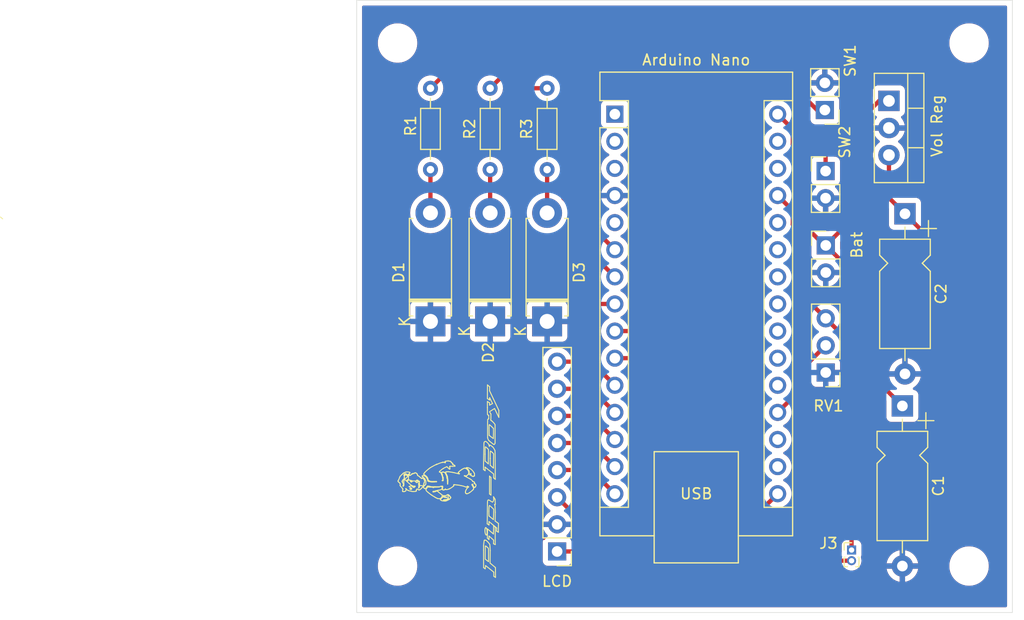
<source format=kicad_pcb>
(kicad_pcb (version 20240108) (generator "pcbnew") (generator_version "8.0")
  (layers (0 "F.Cu" signal) (31 "B.Cu" signal) (34 "B.Paste" user) (35 "F.Paste" user) (36 "B.SilkS" user "B.Silkscreen") (37 "F.SilkS" user "F.Silkscreen") (38 "B.Mask" user) (39 "F.Mask" user) (44 "Edge.Cuts" user))
  (net 0 "")
  (net 3 "Net-(A1-D6)")
  (net 4 "Net-(A1-D10)")
  (net 5 "Net-(A1-D12)")
  (net 8 "VCC")
  (net 9 "Net-(A1-D4)")
  (net 12 "Net-(A1-D3)")
  (net 13 "Net-(A1-D9)")
  (net 15 "Net-(A1-D8)")
  (net 18 "Net-(A1-D5)")
  (net 19 "Net-(A1-D11)")
  (net 22 "GND")
  (net 23 "Net-(A1-D7)")
  (net 24 "Net-(A1-D13)")
  (net 30 "Net-(D1-A)")
  (net 31 "Net-(D2-A)")
  (net 32 "Net-(D3-A)")
  (net 33 "Net-(A1-A0)")
  (net 34 "Net-(J1-Pin_1)")
  (net 35 "Net-(J3-Pin_1)")
  (footprint "MountingHole:MountingHole_3.2mm_M3" (layer "F.Cu") (at 161.5 121)
    (property "Reference" "H4" (hide yes))
    (property "Value" "MountingHole")
  )
  (footprint "Diode_THT:D_5W_P10.16mm_Horizontal" (layer "F.Cu") (at 116.666 98.08 90)
    (property "Reference" "D2")
    (property "Value" "D")
  )
  (footprint "MountingHole:MountingHole_3.2mm_M3" (layer "F.Cu") (at 108 72)
    (property "Reference" "H2" (hide yes))
    (property "Value" "MountingHole" (hide yes))
  )
  (footprint "Capacitor_THT:CP_Axial_L10.0mm_D4.5mm_P15.00mm_Horizontal" (layer "F.Cu") (at 155.5 88 -90)
    (property "Reference" "C2")
    (property "Value" "100nF")
  )
  (footprint "Connector_PinHeader_2.54mm:PinHeader_1x02_P2.54mm_Vertical" (layer "F.Cu") (at 148 78.275 180)
    (property "Reference" "SW1")
    (property "Value" "SW_SPST")
  )
  (footprint "Diode_THT:D_5W_P10.16mm_Horizontal" (layer "F.Cu") (at 122 98.08 90)
    (property "Reference" "D3")
    (property "Value" "D")
  )
  (footprint "Connector_PinHeader_2.54mm:PinHeader_1x03_P2.54mm_Vertical" (layer "F.Cu") (at 148.082 102.87 180)
    (property "Reference" "RV1")
    (property "Value" "R_Potentiometer")
  )
  (footprint "Connector_PinHeader_1.00mm:PinHeader_1x02_P1.00mm_Vertical" (layer "F.Cu") (at 150.5 119.5)
    (property "Reference" "J3")
    (property "Value" "Power Button")
  )
  (footprint "Resistor_THT:R_Axial_DIN0204_L3.6mm_D1.6mm_P7.62mm_Horizontal" (layer "F.Cu") (at 122 83.856 90)
    (property "Reference" "R3")
    (property "Value" "200R")
  )
  (footprint "Module:Arduino_Nano" (layer "F.Cu") (at 128.341 78.666)
    (property "Reference" "Arduino Nano")
    (property "Value" "Arduino_Nano_v3.x")
  )
  (footprint "Resistor_THT:R_Axial_DIN0204_L3.6mm_D1.6mm_P7.62mm_Horizontal" (layer "F.Cu") (at 116.666 83.856 90)
    (property "Reference" "R2")
    (property "Value" "200R")
  )
  (footprint "MountingHole:MountingHole_3.2mm_M3" (layer "F.Cu") (at 108 121)
    (property "Reference" "H3" (hide yes))
    (property "Value" "MountingHole")
  )
  (footprint "Package_TO_SOT_THT:TO-220-3_Vertical" (layer "F.Cu") (at 154 77.42 -90)
    (property "Reference" "Vol Reg")
    (property "Value" "L7805")
  )
  (footprint "Capacitor_THT:CP_Axial_L10.0mm_D4.5mm_P15.00mm_Horizontal" (layer "F.Cu") (at 155.2575 106 -90)
    (property "Reference" "C1")
    (property "Value" "330nF")
  )
  (footprint "Connector_PinHeader_2.54mm:PinHeader_1x08_P2.54mm_Vertical" (layer "F.Cu") (at 122.936 119.634 180)
    (property "Reference" "LCD")
    (property "Value" "LCD Socket")
  )
  (footprint "Connector_PinHeader_2.54mm:PinHeader_1x02_P2.54mm_Vertical" (layer "F.Cu") (at 148.087651 90.96)
    (property "Reference" "Bat")
    (property "Value" "Bat")
  )
  (footprint "Diode_THT:D_5W_P10.16mm_Horizontal" (layer "F.Cu") (at 111.078 98.08 90)
    (property "Reference" "D1")
    (property "Value" "D")
  )
  (footprint "Connector_PinHeader_2.54mm:PinHeader_1x02_P2.54mm_Vertical" (layer "F.Cu") (at 148.069781 83.993993)
    (property "Reference" "SW2")
    (property "Value" "SW_SPST")
  )
  (footprint "Resistor_THT:R_Axial_DIN0204_L3.6mm_D1.6mm_P7.62mm_Horizontal" (layer "F.Cu") (at 111.078 83.856 90)
    (property "Reference" "R1")
    (property "Value" "200R")
  )
  (footprint "MountingHole:MountingHole_3.2mm_M3" (layer "F.Cu") (at 161.5 72)
    (property "Reference" "H1" (hide yes))
    (property "Value" "MountingHole" (hide yes))
  )
  (gr_line (start 108.632711 112.403805) (end 108.589583 112.446933) (stroke (width 0.09)) (layer "F.SilkS"))
  (gr_line (start 112.526222 112.174306) (end 112.639211 112.168546) (stroke (width 0.09)) (layer "F.SilkS"))
  (gr_line (start 116.409023 118.384616) (end 116.418404 117.52163) (stroke (width 0.09)) (layer "F.SilkS"))
  (gr_curve (pts (xy 116.216915 119.132518) (xy 116.226064 119.095928) (xy 116.267259 119.132518) (xy 116.267259 119.132518)) (stroke (width 0.09)) (layer "F.SilkS"))
  (gr_line (start 116.614855 104.583825) (end 116.619398 104.204212) (stroke (width 0.09)) (layer "F.SilkS"))
  (gr_line (start 109.143631 112.473573) (end 109.150858 112.492401) (stroke (width 0.09)) (layer "F.SilkS"))
  (gr_line (start 114.365193 114.142958) (end 114.349462 114.104983) (stroke (width 0.09)) (layer "F.SilkS"))
  (gr_line (start 110.645485 113.044968) (end 110.62184 112.980201) (stroke (width 0.09)) (layer "F.SilkS"))
  (gr_line (start 109.034561 112.385611) (end 109.007884 112.385796) (stroke (width 0.09)) (layer "F.SilkS"))
  (gr_line (start 108.919657 112.932706) (end 108.891756 112.952254) (stroke (width 0.09)) (layer "F.SilkS"))
  (gr_curve (pts (xy 110.977303 114.19771) (xy 110.938507 114.166728) (xy 110.884318 114.123485) (xy 110.856884 114.101611)) (stroke (width 0.09)) (layer "F.SilkS"))
  (gr_line (start 109.416981 112.329663) (end 109.475783 112.327683) (stroke (width 0.09)) (layer "F.SilkS"))
  (gr_curve (pts (xy 109.314656 113.789766) (xy 109.352103 113.754587) (xy 109.351377 113.748905) (xy 109.30526 113.716071)) (stroke (width 0.09)) (layer "F.SilkS"))
  (gr_line (start 117.131647 114.746426) (end 116.985311 114.513144) (stroke (width 0.09)) (layer "F.SilkS"))
  (gr_curve (pts (xy 110.35433 112.545952) (xy 110.375044 112.539832) (xy 110.416658 112.535224) (xy 110.446805 112.5358)) (stroke (width 0.09)) (layer "F.SilkS"))
  (gr_line (start 115.194677 113.64759) (end 115.172366 113.633987) (stroke (width 0.09)) (layer "F.SilkS"))
  (gr_line (start 108.654512 112.882994) (end 109.31321 113.460661) (stroke (width 0.09)) (layer "F.SilkS"))
  (gr_curve (pts (xy 109.236523 112.998972) (xy 109.219135 113.006802) (xy 109.201287 113.022804) (xy 109.196868 113.034327)) (stroke (width 0.09)) (layer "F.SilkS"))
  (gr_curve (pts (xy 109.227997 113.696462) (xy 109.179449 113.706168) (xy 109.155396 113.725603) (xy 109.155396 113.755118)) (stroke (width 0.09)) (layer "F.SilkS"))
  (gr_line (start 110.044318 113.062254) (end 109.921042 113.02615) (stroke (width 0.09)) (layer "F.SilkS"))
  (gr_line (start 115.316123 113.520427) (end 115.288151 113.594131) (stroke (width 0.09)) (layer "F.SilkS"))
  (gr_curve (pts (xy 113.753395 112.329538) (xy 113.734491 112.324768) (xy 113.711933 112.31503) (xy 113.703265 112.30783)) (stroke (width 0.09)) (layer "F.SilkS"))
  (gr_line (start 108.542536 113.292063) (end 108.565371 113.314901) (stroke (width 0.09)) (layer "F.SilkS"))
  (gr_line (start 112.606543 114.80095) (end 112.646086 114.793039) (stroke (width 0.09)) (layer "F.SilkS"))
  (gr_line (start 112.105657 114.620541) (end 112.126397 114.620541) (stroke (width 0.09)) (layer "F.SilkS"))
  (gr_line (start 111.558529 113.972178) (end 111.552004 113.98921) (stroke (width 0.09)) (layer "F.SilkS"))
  (gr_curve (pts (xy 113.097771 111.34212) (xy 113.168078 111.366627) (xy 113.199594 111.420312) (xy 113.165681 111.457786)) (stroke (width 0.09)) (layer "F.SilkS"))
  (gr_line (start 109.716212 112.272666) (end 109.774727 112.318251) (stroke (width 0.09)) (layer "F.SilkS"))
  (gr_curve (pts (xy 116.67886 111.563155) (xy 116.67886 111.563155) (xy 116.675434 111.24187) (xy 116.675434 110.916001)) (stroke (width 0.09)) (layer "F.SilkS"))
  (gr_line (start 112.470994 114.432541) (end 112.529991 114.398874) (stroke (width 0.09)) (layer "F.SilkS"))
  (gr_line (start 116.409017 105.30646) (end 116.605695 105.443676) (stroke (width 0.09)) (layer "F.SilkS"))
  (gr_curve (pts (xy 113.161404 111.657829) (xy 113.060636 111.655759) (xy 112.962232 111.654139) (xy 112.942728 111.654139)) (stroke (width 0.09)) (layer "F.SilkS"))
  (gr_curve (pts (xy 116.559968 116.306) (xy 116.549677 116.132203) (xy 116.545661 115.984704) (xy 116.545804 115.861145)) (stroke (width 0.09)) (layer "F.SilkS"))
  (gr_line (start 108.207556 113.221223) (end 108.166876 113.194059) (stroke (width 0.09)) (layer "F.SilkS"))
  (gr_line (start 108.605387 112.927454) (end 108.629949 112.905224) (stroke (width 0.09)) (layer "F.SilkS"))
  (gr_curve (pts (xy 114.572621 113.540884) (xy 114.568391 113.533981) (xy 114.557042 113.528331) (xy 114.547484 113.528331)) (stroke (width 0.09)) (layer "F.SilkS"))
  (gr_line (start 109.829297 113.778566) (end 109.794008 113.812373) (stroke (width 0.09)) (layer "F.SilkS"))
  (gr_line (start 115.033126 113.074594) (end 115.072753 113.082955) (stroke (width 0.09)) (layer "F.SilkS"))
  (gr_line (start 117.072181 115.249516) (end 117.149968 115.212913) (stroke (width 0.09)) (layer "F.SilkS"))
  (gr_line (start 108.604833 112.859764) (end 108.560318 112.887277) (stroke (width 0.09)) (layer "F.SilkS"))
  (gr_line (start 108.629949 112.905224) (end 109.024815 112.547863) (stroke (width 0.09)) (layer "F.SilkS"))
  (gr_line (start 109.9745 113.867283) (end 109.957447 113.846734) (stroke (width 0.09)) (layer "F.SilkS"))
  (gr_line (start 108.886145 112.507773) (end 108.906776 112.539264) (stroke (width 0.09)) (layer "F.SilkS"))
  (gr_line (start 112.245624 112.661147) (end 112.245644 112.661159) (stroke (width 0.09)) (layer "F.SilkS"))
  (gr_line (start 117.145376 118.994334) (end 116.981806 118.909446) (stroke (width 0.09)) (layer "F.SilkS"))
  (gr_curve (pts (xy 112.214924 112.549327) (xy 112.210748 112.499683) (xy 112.20215 112.452482) (xy 112.195797 112.444444)) (stroke (width 0.09)) (layer "F.SilkS"))
  (gr_curve (pts (xy 114.299253 112.57491) (xy 114.32054 112.57923) (xy 114.353363 112.594944) (xy 114.372193 112.609749)) (stroke (width 0.09)) (layer "F.SilkS"))
  (gr_curve (pts (xy 110.422769 113.490655) (xy 110.417522 113.490655) (xy 110.397683 113.517151) (xy 110.378705 113.549536)) (stroke (width 0.09)) (layer "F.SilkS"))
  (gr_line (start 108.081311 113.113173) (end 108.036434 113.059456) (stroke (width 0.09)) (layer "F.SilkS"))
  (gr_line (start 114.44326 111.797721) (end 114.44731 111.776841) (stroke (width 0.09)) (layer "F.SilkS"))
  (gr_line (start 112.604729 112.567745) (end 112.61075 112.656998) (stroke (width 0.09)) (layer "F.SilkS"))
  (gr_line (start 114.553618 111.897315) (end 114.496414 111.857958) (stroke (width 0.09)) (layer "F.SilkS"))
  (gr_curve (pts (xy 110.580645 112.900875) (xy 110.570997 112.892865) (xy 110.559583 112.87032) (xy 110.555291 112.850772)) (stroke (width 0.09)) (layer "F.SilkS"))
  (gr_line (start 112.267522 113.000879) (end 112.272913 112.935044) (stroke (width 0.09)) (layer "F.SilkS"))
  (gr_curve (pts (xy 112.440995 111.31557) (xy 112.496532 111.344334) (xy 112.502789 111.330465) (xy 112.46409 111.264423)) (stroke (width 0.09)) (layer "F.SilkS"))
  (gr_curve (pts (xy 113.742851 112.172281) (xy 113.82164 112.091371) (xy 113.866001 112.052829) (xy 113.901403 112.034554)) (stroke (width 0.09)) (layer "F.SilkS"))
  (gr_curve (pts (xy 108.472099 113.962695) (xy 108.47713 113.948188) (xy 108.483644 113.898931) (xy 108.486594 113.853233)) (stroke (width 0.09)) (layer "F.SilkS"))
  (gr_line (start 112.253905 111.268905) (end 112.327297 111.281802) (stroke (width 0.09)) (layer "F.SilkS"))
  (gr_line (start 117.004964 121.571682) (end 117.011465 121.959767) (stroke (width 0.09)) (layer "F.SilkS"))
  (gr_curve (pts (xy 113.723904 113.421055) (xy 113.67143 113.411011) (xy 113.600811 113.402407) (xy 113.566976 113.401947)) (stroke (width 0.09)) (layer "F.SilkS"))
  (gr_line (start 112.744613 114.305416) (end 112.764003 114.342915) (stroke (width 0.09)) (layer "F.SilkS"))
  (gr_line (start 113.687673 112.261759) (end 113.687843 112.228774) (stroke (width 0.09)) (layer "F.SilkS"))
  (gr_line (start 112.592515 114.543165) (end 112.561444 114.550968) (stroke (width 0.09)) (layer "F.SilkS"))
  (gr_line (start 114.464365 112.543366) (end 114.41896 112.572121) (stroke (width 0.09)) (layer "F.SilkS"))
  (gr_line (start 115.196081 112.326106) (end 115.201121 112.415548) (stroke (width 0.09)) (layer "F.SilkS"))
  (gr_line (start 114.36424 113.980215) (end 114.415288 113.871279) (stroke (width 0.09)) (layer "F.SilkS"))
  (gr_line (start 109.601208 113.589282) (end 109.646157 113.549816) (stroke (width 0.09)) (layer "F.SilkS"))
  (gr_line (start 112.22466 113.607403) (end 112.22495 113.542115) (stroke (width 0.09)) (layer "F.SilkS"))
  (gr_curve (pts (xy 114.629596 111.996594) (xy 114.623926 111.996594) (xy 114.616285 111.984885) (xy 114.612541 111.970557)) (stroke (width 0.09)) (layer "F.SilkS"))
  (gr_line (start 110.307667 112.603894) (end 110.312167 112.580512) (stroke (width 0.09)) (layer "F.SilkS"))
  (gr_curve (pts (xy 112.118252 114.585447) (xy 112.118252 114.604807) (xy 112.090416 114.626383) (xy 112.024094 114.65844)) (stroke (width 0.09)) (layer "F.SilkS"))
  (gr_line (start 112.901422 111.182451) (end 112.975309 111.198075) (stroke (width 0.09)) (layer "F.SilkS"))
  (gr_curve (pts (xy 110.440485 113.402912) (xy 110.435994 113.451171) (xy 110.428028 113.490655) (xy 110.422769 113.490655)) (stroke (width 0.09)) (layer "F.SilkS"))
  (gr_line (start 112.04919 112.275502) (end 112.105483 112.338115) (stroke (width 0.09)) (layer "F.SilkS"))
  (gr_line (start 112.018587 114.719649) (end 112.062122 114.693963) (stroke (width 0.09)) (layer "F.SilkS"))
  (gr_curve (pts (xy 116.619396 106.545924) (xy 116.623969 106.523059) (xy 117.081342 106.244053) (xy 117.081342 106.244053)) (stroke (width 0.09)) (layer "F.SilkS"))
  (gr_line (start 113.720726 112.35418) (end 113.772794 112.36237) (stroke (width 0.09)) (layer "F.SilkS"))
  (gr_line (start 116.610276 105.70894) (end 116.409017 105.585465) (stroke (width 0.09)) (layer "F.SilkS"))
  (gr_line (start 116.991186 118.571757) (end 116.568488 118.192321) (stroke (width 0.09)) (layer "F.SilkS"))
  (gr_line (start 108.486594 113.853233) (end 108.491958 113.770146) (stroke (width 0.09)) (layer "F.SilkS"))
  (gr_line (start 109.52327 113.628749) (end 109.556259 113.628749) (stroke (width 0.09)) (layer "F.SilkS"))
  (gr_line (start 112.873674 111.68908) (end 112.892721 111.799708) (stroke (width 0.09)) (layer "F.SilkS"))
  (gr_curve (pts (xy 108.715991 112.217095) (xy 108.753968 112.204612) (xy 108.79657 112.190113) (xy 108.810663 112.184884)) (stroke (width 0.09)) (layer "F.SilkS"))
  (gr_line (start 108.618347 112.552701) (end 108.631632 112.587792) (stroke (width 0.09)) (layer "F.SilkS"))
  (gr_line (start 110.837726 113.503811) (end 110.80422 113.516557) (stroke (width 0.09)) (layer "F.SilkS"))
  (gr_curve (pts (xy 111.621242 114.614237) (xy 111.598609 114.596975) (xy 111.573838 114.58285) (xy 111.566191 114.58285)) (stroke (width 0.09)) (layer "F.SilkS"))
  (gr_curve (pts (xy 116.738328 106.756303) (xy 116.738328 106.756303) (xy 116.614823 106.568798) (xy 116.619396 106.545924)) (stroke (width 0.09)) (layer "F.SilkS"))
  (gr_line (start 115.218112 113.215129) (end 115.194325 113.238914) (stroke (width 0.09)) (layer "F.SilkS"))
  (gr_line (start 116.413597 104.030433) (end 116.619398 104.204212) (stroke (width 0.09)) (layer "F.SilkS"))
  (gr_curve (pts (xy 109.150858 112.492401) (xy 109.158841 112.513191) (xy 109.19306 112.518483) (xy 109.19306 112.498881)) (stroke (width 0.09)) (layer "F.SilkS"))
  (gr_line (start 110.209071 112.764525) (end 110.264683 112.802073) (stroke (width 0.09)) (layer "F.SilkS"))
  (gr_curve (pts (xy 110.531149 113.735108) (xy 110.506139 113.72324) (xy 110.474486 113.697817) (xy 110.460813 113.678614)) (stroke (width 0.09)) (layer "F.SilkS"))
  (gr_line (start 114.547484 113.528331) (end 114.530105 113.528331) (stroke (width 0.09)) (layer "F.SilkS"))
  (gr_curve (pts (xy 112.796128 114.782163) (xy 112.758151 114.805054) (xy 112.684709 114.840346) (xy 112.632923 114.86059)) (stroke (width 0.09)) (layer "F.SilkS"))
  (gr_line (start 109.976243 113.673458) (end 109.984307 113.694461) (stroke (width 0.09)) (layer "F.SilkS"))
  (gr_line (start 114.643761 112.110763) (end 114.656379 112.118503) (stroke (width 0.09)) (layer "F.SilkS"))
  (gr_line (start 112.520518 113.842173) (end 112.499813 113.810572) (stroke (width 0.09)) (layer "F.SilkS"))
  (gr_line (start 112.783395 114.380413) (end 112.823891 114.384364) (stroke (width 0.09)) (layer "F.SilkS"))
  (gr_line (start 112.010496 114.751861) (end 112.018587 114.719649) (stroke (width 0.09)) (layer "F.SilkS"))
  (gr_line (start 112.497076 114.842713) (end 112.503565 114.825788) (stroke (width 0.09)) (layer "F.SilkS"))
  (gr_curve (pts (xy 109.846265 112.415541) (xy 109.853429 112.443981) (xy 109.864399 112.479468) (xy 109.870649 112.494408)) (stroke (width 0.09)) (layer "F.SilkS"))
  (gr_curve (pts (xy 108.628112 112.734488) (xy 108.628112 112.769714) (xy 108.622865 112.812302) (xy 108.616473 112.829146)) (stroke (width 0.09)) (layer "F.SilkS"))
  (gr_curve (pts (xy 113.358385 111.653059) (xy 113.350816 111.657739) (xy 113.262175 111.659899) (xy 113.161404 111.657829)) (stroke (width 0.09)) (layer "F.SilkS"))
  (gr_line (start 112.499813 113.810572) (end 112.479109 113.778972) (stroke (width 0.09)) (layer "F.SilkS"))
  (gr_curve (pts (xy 116.084282 109.48675) (xy 116.075135 109.573649) (xy 116.043138 111.956512) (xy 116.043138 111.956512)) (stroke (width 0.09)) (layer "F.SilkS"))
  (gr_line (start 109.475783 112.327683) (end 109.534584 112.325703) (stroke (width 0.09)) (layer "F.SilkS"))
  (gr_line (start 114.250304 112.536255) (end 114.255425 112.551627) (stroke (width 0.09)) (layer "F.SilkS"))
  (gr_curve (pts (xy 112.776 113.792) (xy 112.757591 113.810407) (xy 112.627065 113.842173) (xy 112.569832 113.842173)) (stroke (width 0.09)) (layer "F.SilkS"))
  (gr_line (start 116.509624 119.397783) (end 116.514205 120.586901) (stroke (width 0.09)) (layer "F.SilkS"))
  (gr_curve (pts (xy 111.195513 114.356872) (xy 111.186837 114.356872) (xy 111.172085 114.347632) (xy 111.16271 114.336331)) (stroke (width 0.09)) (layer "F.SilkS"))
  (gr_curve (pts (xy 111.920932 112.152193) (xy 111.898382 112.191334) (xy 111.900638 112.195573) (xy 111.948846 112.204609)) (stroke (width 0.09)) (layer "F.SilkS"))
  (gr_curve (pts (xy 115.172366 113.633987) (xy 115.160099 113.626499) (xy 115.140416 113.60108) (xy 115.128635 113.577493)) (stroke (width 0.09)) (layer "F.SilkS"))
  (gr_line (start 111.233131 113.123758) (end 111.415168 113.118511) (stroke (width 0.09)) (layer "F.SilkS"))
  (gr_line (start 116.97184 117.990644) (end 116.99529 117.230841) (stroke (width 0.09)) (layer "F.SilkS"))
  (gr_curve (pts (xy 116.225227 117.418073) (xy 116.202835 117.448621) (xy 116.187278 117.512848) (xy 116.181977 117.596626)) (stroke (width 0.09)) (layer "F.SilkS"))
  (gr_curve (pts (xy 111.170371 113.075618) (xy 111.156561 113.075757) (xy 111.124506 113.075656) (xy 111.099137 113.075369)) (stroke (width 0.09)) (layer "F.SilkS"))
  (gr_line (start 110.825117 112.91406) (end 110.825117 112.961382) (stroke (width 0.09)) (layer "F.SilkS"))
  (gr_line (start 112.971888 114.535153) (end 112.971888 114.577383) (stroke (width 0.09)) (layer "F.SilkS"))
  (gr_curve (pts (xy 111.446597 114.51202) (xy 111.425883 114.49813) (xy 111.371339 114.465828) (xy 111.325387 114.440239)) (stroke (width 0.09)) (layer "F.SilkS"))
  (gr_line (start 112.656002 114.732835) (end 112.651682 114.750973) (stroke (width 0.09)) (layer "F.SilkS"))
  (gr_curve (pts (xy 111.226556 114.375292) (xy 111.218141 114.365152) (xy 111.204179 114.356872) (xy 111.195513 114.356872)) (stroke (width 0.09)) (layer "F.SilkS"))
  (gr_line (start 108.566736 114.030477) (end 108.504362 114.030477) (stroke (width 0.09)) (layer "F.SilkS"))
  (gr_line (start 113.772794 112.36237) (end 113.780273 112.350274) (stroke (width 0.09)) (layer "F.SilkS"))
  (gr_line (start 112.199843 113.521618) (end 112.089993 113.525893) (stroke (width 0.09)) (layer "F.SilkS"))
  (gr_line (start 111.565054 113.95515) (end 111.558529 113.972178) (stroke (width 0.09)) (layer "F.SilkS"))
  (gr_line (start 112.747261 114.641992) (end 112.703799 114.678341) (stroke (width 0.09)) (layer "F.SilkS"))
  (gr_curve (pts (xy 116.601113 115.331844) (xy 116.623982 115.327271) (xy 116.962448 115.619975) (xy 116.989889 115.674857)) (stroke (width 0.09)) (layer "F.SilkS"))
  (gr_line (start 114.835507 112.39434) (end 114.822286 112.454685) (stroke (width 0.09)) (layer "F.SilkS"))
  (gr_curve (pts (xy 109.745446 113.020127) (xy 109.745446 113.028497) (xy 109.734106 113.049732) (xy 109.720253 113.067347)) (stroke (width 0.09)) (layer "F.SilkS"))
  (gr_line (start 112.177816 112.49263) (end 112.185664 112.572946) (stroke (width 0.09)) (layer "F.SilkS"))
  (gr_line (start 110.858743 113.054686) (end 110.932949 113.07817) (stroke (width 0.09)) (layer "F.SilkS"))
  (gr_line (start 108.824899 112.390305) (end 108.78941 112.360677) (stroke (width 0.09)) (layer "F.SilkS"))
  (gr_curve (pts (xy 116.052296 119.100494) (xy 116.050009 119.155377) (xy 116.049137 119.311171) (xy 116.049137 119.513982)) (stroke (width 0.09)) (layer "F.SilkS"))
  (gr_line (start 108.808249 112.467732) (end 108.865515 112.476282) (stroke (width 0.09)) (layer "F.SilkS"))
  (gr_curve (pts (xy 111.915252 113.880836) (xy 111.858936 113.887892) (xy 111.802847 113.899033) (xy 111.79061 113.905582)) (stroke (width 0.09)) (layer "F.SilkS"))
  (gr_curve (pts (xy 112.484954 111.187851) (xy 112.514562 111.176691) (xy 112.583984 111.163371) (xy 112.639222 111.158277)) (stroke (width 0.09)) (layer "F.SilkS"))
  (gr_line (start 109.733774 113.138089) (end 109.772488 113.176803) (stroke (width 0.09)) (layer "F.SilkS"))
  (gr_curve (pts (xy 112.164356 113.766839) (xy 112.155201 113.766839) (xy 112.134018 113.781499) (xy 112.117278 113.799419)) (stroke (width 0.09)) (layer "F.SilkS"))
  (gr_line (start 116.564512 116.836532) (end 117.282601 117.435691) (stroke (width 0.09)) (layer "F.SilkS"))
  (gr_line (start 110.643091 113.323265) (end 110.644288 113.184117) (stroke (width 0.09)) (layer "F.SilkS"))
  (gr_line (start 112.373066 113.865867) (end 112.306794 113.868891) (stroke (width 0.09)) (layer "F.SilkS"))
  (gr_curve (pts (xy 116.893822 110.378617) (xy 116.912117 110.387762) (xy 116.989889 110.474648) (xy 116.989889 110.50209)) (stroke (width 0.09)) (layer "F.SilkS"))
  (gr_line (start 108.437354 113.071265) (end 108.43577 113.113845) (stroke (width 0.09)) (layer "F.SilkS"))
  (gr_curve (pts (xy 110.299046 113.654139) (xy 110.274213 113.679286) (xy 110.238796 113.716344) (xy 110.220342 113.736494)) (stroke (width 0.09)) (layer "F.SilkS"))
  (gr_curve (pts (xy 110.80422 113.516557) (xy 110.762392 113.53245) (xy 110.741278 113.559396) (xy 110.724811 113.617862)) (stroke (width 0.09)) (layer "F.SilkS"))
  (gr_line (start 110.055296 113.445609) (end 110.044318 113.062254) (stroke (width 0.09)) (layer "F.SilkS"))
  (gr_curve (pts (xy 111.413777 113.075026) (xy 111.293718 113.075218) (xy 111.184181 113.075452) (xy 111.170371 113.075618)) (stroke (width 0.09)) (layer "F.SilkS"))
  (gr_curve (pts (xy 112.607821 114.350187) (xy 112.618177 114.341934) (xy 112.6436 114.331316) (xy 112.664315 114.326607)) (stroke (width 0.09)) (layer "F.SilkS"))
  (gr_curve (pts (xy 115.030791 113.348439) (xy 115.030791 113.32268) (xy 115.026561 113.322526) (xy 114.97995 113.346612)) (stroke (width 0.09)) (layer "F.SilkS"))
  (gr_curve (pts (xy 110.98389 111.842543) (xy 111.01516 111.816497) (xy 111.058611 111.78695) (xy 111.080449 111.776915)) (stroke (width 0.09)) (layer "F.SilkS"))
  (gr_line (start 109.355353 113.505703) (end 109.362626 113.528602) (stroke (width 0.09)) (layer "F.SilkS"))
  (gr_curve (pts (xy 116.049142 119.513982) (xy 116.049142 120.122414) (xy 116.05684 121.154037) (xy 116.05684 121.154037)) (stroke (width 0.09)) (layer "F.SilkS"))
  (gr_line (start 110.28601 112.773795) (end 110.307337 112.745517) (stroke (width 0.09)) (layer "F.SilkS"))
  (gr_line (start 116.395313 117.046951) (end 116.559968 117.152143) (stroke (width 0.09)) (layer "F.SilkS"))
  (gr_curve (pts (xy 111.363794 113.629371) (xy 111.377827 113.621856) (xy 111.405024 113.615503) (xy 111.42423 113.615238)) (stroke (width 0.09)) (layer "F.SilkS"))
  (gr_curve (pts (xy 112.272913 112.935044) (xy 112.275874 112.898828) (xy 112.276153 112.827247) (xy 112.273534 112.77596)) (stroke (width 0.09)) (layer "F.SilkS"))
  (gr_line (start 112.17469 114.885929) (end 112.103751 114.85332) (stroke (width 0.09)) (layer "F.SilkS"))
  (gr_line (start 110.825117 113.008704) (end 110.84193 113.031694) (stroke (width 0.09)) (layer "F.SilkS"))
  (gr_line (start 112.242206 112.938698) (end 112.210251 112.968335) (stroke (width 0.09)) (layer "F.SilkS"))
  (gr_curve (pts (xy 114.028716 111.944752) (xy 114.047173 111.935221) (xy 114.095193 111.90877) (xy 114.135427 111.88591)) (stroke (width 0.09)) (layer "F.SilkS"))
  (gr_line (start 116.554417 118.51594) (end 116.409023 118.384616) (stroke (width 0.09)) (layer "F.SilkS"))
  (gr_line (start 111.771948 114.689564) (end 111.738396 114.667594) (stroke (width 0.09)) (layer "F.SilkS"))
  (gr_line (start 108.750985 112.459182) (end 108.808249 112.467732) (stroke (width 0.09)) (layer "F.SilkS"))
  (gr_curve (pts (xy 116.407898 106.14629) (xy 116.407898 106.432713) (xy 116.409022 106.731143) (xy 116.413596 106.779168)) (stroke (width 0.09)) (layer "F.SilkS"))
  (gr_curve (pts (xy 116.591953 107.762482) (xy 116.646836 107.77163) (xy 116.962421 108.082667) (xy 116.971569 108.105534)) (stroke (width 0.09)) (layer "F.SilkS"))
  (gr_curve (pts (xy 110.436136 113.589143) (xy 110.436384 113.524218) (xy 110.442724 113.512878) (xy 110.493451 113.4869)) (stroke (width 0.09)) (layer "F.SilkS"))
  (gr_line (start 114.496414 111.857958) (end 114.43921 111.818601) (stroke (width 0.09)) (layer "F.SilkS"))
  (gr_line (start 108.238201 113.465945) (end 108.245608 113.387274) (stroke (width 0.09)) (layer "F.SilkS"))
  (gr_curve (pts (xy 109.957447 113.846734) (xy 109.948075 113.835442) (xy 109.915398 113.815473) (xy 109.884845 113.802376)) (stroke (width 0.09)) (layer "F.SilkS"))
  (gr_curve (pts (xy 108.540218 113.505153) (xy 108.540218 113.492419) (xy 108.552206 113.471227) (xy 108.566855 113.458075)) (stroke (width 0.09)) (layer "F.SilkS"))
  (gr_line (start 112.125668 112.398247) (end 112.126865 112.45195) (stroke (width 0.09)) (layer "F.SilkS"))
  (gr_curve (pts (xy 114.503614 111.775401) (xy 114.706867 111.770181) (xy 114.98894 111.969598) (xy 115.135619 112.222041)) (stroke (width 0.09)) (layer "F.SilkS"))
  (gr_line (start 109.318479 113.007241) (end 109.31848 113.007261) (stroke (width 0.09)) (layer "F.SilkS"))
  (gr_curve (pts (xy 108.952621 112.530039) (xy 108.977834 112.524999) (xy 109.013926 112.521219) (xy 109.032825 112.521759)) (stroke (width 0.09)) (layer "F.SilkS"))
  (gr_line (start 115.15207 113.115419) (end 115.19176 113.139511) (stroke (width 0.09)) (layer "F.SilkS"))
  (gr_line (start 112.268773 112.682711) (end 112.245624 112.661147) (stroke (width 0.09)) (layer "F.SilkS"))
  (gr_line (start 108.675838 112.360677) (end 108.632711 112.403805) (stroke (width 0.09)) (layer "F.SilkS"))
  (gr_line (start 114.612541 111.970557) (end 114.605701 111.94452) (stroke (width 0.09)) (layer "F.SilkS"))
  (gr_line (start 114.605701 111.94452) (end 114.579655 111.93768) (stroke (width 0.09)) (layer "F.SilkS"))
  (gr_line (start 108.560318 112.887277) (end 108.515803 112.91479) (stroke (width 0.09)) (layer "F.SilkS"))
  (gr_line (start 115.118964 113.746746) (end 115.106148 113.785595) (stroke (width 0.09)) (layer "F.SilkS"))
  (gr_line (start 112.71113 114.731972) (end 112.776175 114.670906) (stroke (width 0.09)) (layer "F.SilkS"))
  (gr_line (start 108.891756 112.982233) (end 108.891756 113.012194) (stroke (width 0.09)) (layer "F.SilkS"))
  (gr_line (start 116.241764 120.957244) (end 117.004964 121.571682) (stroke (width 0.09)) (layer "F.SilkS"))
  (gr_curve (pts (xy 110.804413 112.729426) (xy 110.791638 112.711579) (xy 110.769472 112.677793) (xy 110.755157 112.654357)) (stroke (width 0.09)) (layer "F.SilkS"))
  (gr_line (start 112.180999 113.580318) (end 112.180999 113.673579) (stroke (width 0.09)) (layer "F.SilkS"))
  (gr_line (start 108.515111 113.528315) (end 108.527664 113.528315) (stroke (width 0.09)) (layer "F.SilkS"))
  (gr_line (start 114.80371 112.458285) (end 114.785134 112.461885) (stroke (width 0.09)) (layer "F.SilkS"))
  (gr_curve (pts (xy 112.703799 114.678341) (xy 112.679889 114.698336) (xy 112.658379 114.722859) (xy 112.656002 114.732835)) (stroke (width 0.09)) (layer "F.SilkS"))
  (gr_curve (pts (xy 116.545804 115.861145) (xy 116.546252 115.490468) (xy 116.583962 115.335274) (xy 116.601113 115.331844)) (stroke (width 0.09)) (layer "F.SilkS"))
  (gr_line (start 114.518073 114.223633) (end 114.463595 114.23203) (stroke (width 0.09)) (layer "F.SilkS"))
  (gr_curve (pts (xy 112.103751 114.85332) (xy 112.064735 114.835384) (xy 112.02597 114.812467) (xy 112.017608 114.802392)) (stroke (width 0.09)) (layer "F.SilkS"))
  (gr_line (start 112.237193 112.897703) (end 112.242206 112.938698) (stroke (width 0.09)) (layer "F.SilkS"))
  (gr_curve (pts (xy 115.185397 113.274446) (xy 115.193587 113.280917) (xy 115.220974 113.292874) (xy 115.2463 113.301029)) (stroke (width 0.09)) (layer "F.SilkS"))
  (gr_line (start 117.26886 117.73298) (end 117.438096 117.83359) (stroke (width 0.09)) (layer "F.SilkS"))
  (gr_curve (pts (xy 115.027542 113.887609) (xy 114.925372 113.985686) (xy 114.797153 114.093265) (xy 114.782409 114.093265)) (stroke (width 0.09)) (layer "F.SilkS"))
  (gr_line (start 113.687843 112.228774) (end 113.742851 112.172281) (stroke (width 0.09)) (layer "F.SilkS"))
  (gr_curve (pts (xy 113.323417 112.260094) (xy 113.382356 112.271173) (xy 113.56596 112.315849) (xy 113.630996 112.334947)) (stroke (width 0.09)) (layer "F.SilkS"))
  (gr_line (start 113.703265 112.30783) (end 113.687503 112.294753) (stroke (width 0.09)) (layer "F.SilkS"))
  (gr_curve (pts (xy 114.760842 112.822423) (xy 114.882486 112.885999) (xy 115.013108 112.994901) (xy 115.025116 113.042746)) (stroke (width 0.09)) (layer "F.SilkS"))
  (gr_line (start 110.555291 112.850772) (end 110.547488 112.815231) (stroke (width 0.09)) (layer "F.SilkS"))
  (gr_line (start 110.644296 113.710078) (end 110.576624 113.756687) (stroke (width 0.09)) (layer "F.SilkS"))
  (gr_line (start 111.992897 112.212889) (end 112.04919 112.275502) (stroke (width 0.09)) (layer "F.SilkS"))
  (gr_line (start 108.766824 113.741726) (end 108.779074 113.773929) (stroke (width 0.09)) (layer "F.SilkS"))
  (gr_line (start 111.557493 114.003787) (end 111.582422 113.977029) (stroke (width 0.09)) (layer "F.SilkS"))
  (gr_line (start 112.178297 112.997972) (end 112.19289 113.006999) (stroke (width 0.09)) (layer "F.SilkS"))
  (gr_line (start 113.058762 111.328521) (end 113.097771 111.34212) (stroke (width 0.09)) (layer "F.SilkS"))
  (gr_curve (pts (xy 114.648406 112.024836) (xy 114.643726 112.009302) (xy 114.63523 111.996594) (xy 114.629596 111.996594)) (stroke (width 0.09)) (layer "F.SilkS"))
  (gr_curve (pts (xy 111.739288 113.917887) (xy 111.723297 113.918136) (xy 111.699249 113.926572) (xy 111.685846 113.936718)) (stroke (width 0.09)) (layer "F.SilkS"))
  (gr_line (start 114.670239 112.321723) (end 114.654273 112.360279) (stroke (width 0.09)) (layer "F.SilkS"))
  (gr_line (start 112.711664 112.994591) (end 112.698158 112.869048) (stroke (width 0.09)) (layer "F.SilkS"))
  (gr_line (start 115.338406 113.411934) (end 115.344076 113.446404) (stroke (width 0.09)) (layer "F.SilkS"))
  (gr_curve (pts (xy 110.378705 113.549536) (xy 110.359724 113.58192) (xy 110.32388 113.628993) (xy 110.299046 113.654139)) (stroke (width 0.09)) (layer "F.SilkS"))
  (gr_curve (pts (xy 117.149966 112.875784) (xy 117.149966 112.875784) (xy 117.145393 110.223107) (xy 117.122523 110.186519)) (stroke (width 0.09)) (layer "F.SilkS"))
  (gr_line (start 112.616771 112.746242) (end 112.638897 112.788812) (stroke (width 0.09)) (layer "F.SilkS"))
  (gr_line (start 110.576624 113.756687) (end 110.531149 113.735108) (stroke (width 0.09)) (layer "F.SilkS"))
  (gr_line (start 113.359393 111.608005) (end 113.372154 111.644599) (stroke (width 0.09)) (layer "F.SilkS"))
  (gr_line (start 112.942728 111.654139) (end 112.907268 111.654187) (stroke (width 0.09)) (layer "F.SilkS"))
  (gr_line (start 112.171482 114.506018) (end 112.144867 114.539854) (stroke (width 0.09)) (layer "F.SilkS"))
  (gr_line (start 109.525185 114.018013) (end 109.425301 114.019957) (stroke (width 0.09)) (layer "F.SilkS"))
  (gr_line (start 112.22495 113.542115) (end 112.212397 113.531866) (stroke (width 0.09)) (layer "F.SilkS"))
  (gr_curve (pts (xy 109.768404 112.984154) (xy 109.755782 112.995575) (xy 109.745446 113.011766) (xy 109.745446 113.020127)) (stroke (width 0.09)) (layer "F.SilkS"))
  (gr_curve (pts (xy 110.010417 113.661265) (xy 110.024781 113.643006) (xy 110.041481 113.612684) (xy 110.047531 113.59388)) (stroke (width 0.09)) (layer "F.SilkS"))
  (gr_curve (pts (xy 112.089993 113.525893) (xy 111.961452 113.530872) (xy 111.941569 113.54714) (xy 112.063993 113.54714)) (stroke (width 0.09)) (layer "F.SilkS"))
  (gr_line (start 112.002405 114.784073) (end 112.010496 114.751861) (stroke (width 0.09)) (layer "F.SilkS"))
  (gr_line (start 117.442676 117.005769) (end 117.136227 116.786228) (stroke (width 0.09)) (layer "F.SilkS"))
  (gr_line (start 112.28489 114.394564) (end 112.32395 114.394749) (stroke (width 0.09)) (layer "F.SilkS"))
  (gr_line (start 116.989889 112.368113) (end 116.999012 112.747731) (stroke (width 0.09)) (layer "F.SilkS"))
  (gr_line (start 115.2463 113.301029) (end 115.292353 113.315853) (stroke (width 0.09)) (layer "F.SilkS"))
  (gr_line (start 109.909486 112.976371) (end 109.909474 112.976369) (stroke (width 0.09)) (layer "F.SilkS"))
  (gr_line (start 109.908695 113.044981) (end 109.921042 113.02615) (stroke (width 0.09)) (layer "F.SilkS"))
  (gr_line (start 109.774727 112.318251) (end 109.833241 112.363836) (stroke (width 0.09)) (layer "F.SilkS"))
  (gr_line (start 112.138976 112.339414) (end 112.124471 112.344544) (stroke (width 0.09)) (layer "F.SilkS"))
  (gr_curve (pts (xy 110.882029 111.92312) (xy 110.906783 111.904859) (xy 110.952619 111.868598) (xy 110.98389 111.842543)) (stroke (width 0.09)) (layer "F.SilkS"))
  (gr_curve (pts (xy 111.593931 111.507012) (xy 111.604396 111.507012) (xy 111.620002 111.498552) (xy 111.628596 111.488184)) (stroke (width 0.09)) (layer "F.SilkS"))
  (gr_line (start 112.651682 114.750973) (end 112.563839 114.768029) (stroke (width 0.09)) (layer "F.SilkS"))
  (gr_line (start 108.504362 114.030477) (end 108.483658 114.009775) (stroke (width 0.09)) (layer "F.SilkS"))
  (gr_line (start 111.120185 113.570934) (end 111.069969 113.548927) (stroke (width 0.09)) (layer "F.SilkS"))
  (gr_line (start 108.398085 112.435693) (end 108.525855 112.310956) (stroke (width 0.09)) (layer "F.SilkS"))
  (gr_line (start 116.413597 104.030433) (end 116.409017 105.30646) (stroke (width 0.09)) (layer "F.SilkS"))
  (gr_line (start 112.147809 113.54714) (end 112.164404 113.563729) (stroke (width 0.09)) (layer "F.SilkS"))
  (gr_line (start 108.565371 113.314901) (end 108.565273 113.343147) (stroke (width 0.09)) (layer "F.SilkS"))
  (gr_line (start 112.776175 114.670906) (end 112.761718 114.656449) (stroke (width 0.09)) (layer "F.SilkS"))
  (gr_curve (pts (xy 109.08738 112.378501) (xy 109.073001 112.382371) (xy 109.049232 112.385611) (xy 109.034561 112.385611)) (stroke (width 0.09)) (layer "F.SilkS"))
  (gr_line (start 114.750232 112.425453) (end 114.71533 112.38903) (stroke (width 0.09)) (layer "F.SilkS"))
  (gr_curve (pts (xy 116.966988 109.047668) (xy 116.962415 109.065961) (xy 116.578249 108.754959) (xy 116.578249 108.754959)) (stroke (width 0.09)) (layer "F.SilkS"))
  (gr_curve (pts (xy 114.452273 112.653831) (xy 114.469175 112.668465) (xy 114.533075 112.703385) (xy 114.760842 112.822423)) (stroke (width 0.09)) (layer "F.SilkS"))
  (gr_line (start 109.2112 113.817064) (end 109.2484 113.817064) (stroke (width 0.09)) (layer "F.SilkS"))
  (gr_line (start 111.757931 113.993319) (end 111.821969 114.059432) (stroke (width 0.09)) (layer "F.SilkS"))
  (gr_curve (pts (xy 115.043346 113.527761) (xy 115.043346 113.540025) (xy 115.054713 113.564491) (xy 115.068591 113.582146)) (stroke (width 0.09)) (layer "F.SilkS"))
  (gr_line (start 109.225469 113.084589) (end 109.262106 113.113904) (stroke (width 0.09)) (layer "F.SilkS"))
  (gr_curve (pts (xy 116.413596 115.089441) (xy 116.413596 115.135175) (xy 116.395313 117.046951) (xy 116.395313 117.046951)) (stroke (width 0.09)) (layer "F.SilkS"))
  (gr_curve (pts (xy 111.42423 113.615238) (xy 111.616821 113.61261) (xy 111.976773 113.586373) (xy 111.923658 113.578835)) (stroke (width 0.09)) (layer "F.SilkS"))
  (gr_line (start 109.317976 112.373097) (end 109.355325 112.373097) (stroke (width 0.09)) (layer "F.SilkS"))
  (gr_curve (pts (xy 109.977205 113.34941) (xy 109.989648 113.482665) (xy 109.989828 113.524959) (xy 109.978177 113.59352)) (stroke (width 0.09)) (layer "F.SilkS"))
  (gr_line (start 115.344076 113.446404) (end 115.316123 113.520427) (stroke (width 0.09)) (layer "F.SilkS"))
  (gr_line (start 112.184199 114.347617) (end 112.177827 114.426817) (stroke (width 0.09)) (layer "F.SilkS"))
  (gr_line (start 109.305263 113.716072) (end 109.074988 113.552091) (stroke (width 0.09)) (layer "F.SilkS"))
  (gr_line (start 114.785134 112.461885) (end 114.750232 112.425453) (stroke (width 0.09)) (layer "F.SilkS"))
  (gr_line (start 110.761459 113.662558) (end 110.773847 113.629978) (stroke (width 0.09)) (layer "F.SilkS"))
  (gr_curve (pts (xy 112.419236 112.258447) (xy 112.448675 112.287013) (xy 112.477473 112.310386) (xy 112.483233 112.310386)) (stroke (width 0.09)) (layer "F.SilkS"))
  (gr_curve (pts (xy 108.746436 113.980257) (xy 108.736057 113.980257) (xy 108.705399 113.99155) (xy 108.678329 114.005366)) (stroke (width 0.09)) (layer "F.SilkS"))
  (gr_line (start 112.0351 114.236588) (end 112.184199 114.347617) (stroke (width 0.09)) (layer "F.SilkS"))
  (gr_line (start 110.422769 113.490655) (end 110.055296 113.445609) (stroke (width 0.09)) (layer "F.SilkS"))
  (gr_line (start 109.00036 112.423461) (end 108.992835 112.461126) (stroke (width 0.09)) (layer "F.SilkS"))
  (gr_line (start 115.025116 113.042746) (end 115.033126 113.074594) (stroke (width 0.09)) (layer "F.SilkS"))
  (gr_line (start 108.491958 113.770146) (end 108.434686 113.702581) (stroke (width 0.09)) (layer "F.SilkS"))
  (gr_line (start 109.879681 113.131044) (end 110.044318 113.062254) (stroke (width 0.09)) (layer "F.SilkS"))
  (gr_line (start 115.204936 113.17732) (end 115.218112 113.215129) (stroke (width 0.09)) (layer "F.SilkS"))
  (gr_line (start 112.918532 114.680078) (end 112.865177 114.740541) (stroke (width 0.09)) (layer "F.SilkS"))
  (gr_line (start 109.425301 114.019957) (end 109.312314 114.000648) (stroke (width 0.09)) (layer "F.SilkS"))
  (gr_line (start 109.606326 112.272666) (end 109.661269 112.272666) (stroke (width 0.09)) (layer "F.SilkS"))
  (gr_line (start 112.600912 114.556741) (end 112.592515 114.543165) (stroke (width 0.09)) (layer "F.SilkS"))
  (gr_line (start 109.188831 113.055274) (end 109.225469 113.084589) (stroke (width 0.09)) (layer "F.SilkS"))
  (gr_curve (pts (xy 116.30138 117.433732) (xy 116.275012 117.393156) (xy 116.247619 117.387524) (xy 116.225227 117.418073)) (stroke (width 0.09)) (layer "F.SilkS"))
  (gr_line (start 109.646157 113.549816) (end 109.642027 113.529649) (stroke (width 0.09)) (layer "F.SilkS"))
  (gr_line (start 109.661269 112.272666) (end 109.716212 112.272666) (stroke (width 0.09)) (layer "F.SilkS"))
  (gr_line (start 114.41896 112.572121) (end 114.370203 112.554742) (stroke (width 0.09)) (layer "F.SilkS"))
  (gr_line (start 108.587149 113.252123) (end 108.580804 113.070086) (stroke (width 0.09)) (layer "F.SilkS"))
  (gr_curve (pts (xy 116.337565 118.081153) (xy 116.371714 118.034566) (xy 116.388815 117.911788) (xy 116.380895 117.770073)) (stroke (width 0.09)) (layer "F.SilkS"))
  (gr_line (start 109.295733 113.113951) (end 109.329361 113.113998) (stroke (width 0.09)) (layer "F.SilkS"))
  (gr_line (start 108.515307 113.446713) (end 108.515209 113.487514) (stroke (width 0.09)) (layer "F.SilkS"))
  (gr_curve (pts (xy 108.565273 113.343147) (xy 108.56523 113.358672) (xy 108.55396 113.388332) (xy 108.540249 113.409046)) (stroke (width 0.09)) (layer "F.SilkS"))
  (gr_line (start 114.579655 111.93768) (end 114.553618 111.93084) (stroke (width 0.09)) (layer "F.SilkS"))
  (gr_curve (pts (xy 110.743212 112.781671) (xy 110.761094 112.829182) (xy 110.786837 112.878402) (xy 110.80042 112.891056)) (stroke (width 0.09)) (layer "F.SilkS"))
  (gr_line (start 109.570456 112.29918) (end 109.606326 112.272666) (stroke (width 0.09)) (layer "F.SilkS"))
  (gr_line (start 108.462955 113.989071) (end 108.472099 113.962695) (stroke (width 0.09)) (layer "F.SilkS"))
  (gr_line (start 109.266818 113.688695) (end 109.227997 113.696462) (stroke (width 0.09)) (layer "F.SilkS"))
  (gr_line (start 112.702352 113.155835) (end 112.711664 112.994591) (stroke (width 0.09)) (layer "F.SilkS"))
  (gr_line (start 108.678329 114.005366) (end 108.629111 114.030477) (stroke (width 0.09)) (layer "F.SilkS"))
  (gr_line (start 112.222325 113.847629) (end 112.204128 113.823342) (stroke (width 0.09)) (layer "F.SilkS"))
  (gr_line (start 110.446805 112.5358) (end 110.501617 112.53679) (stroke (width 0.09)) (layer "F.SilkS"))
  (gr_line (start 114.914321 112.535379) (end 114.873857 112.501593) (stroke (width 0.09)) (layer "F.SilkS"))
  (gr_line (start 116.747469 112.702003) (end 116.610261 112.578516) (stroke (width 0.09)) (layer "F.SilkS"))
  (gr_curve (pts (xy 108.5864 112.275379) (xy 108.619698 112.255813) (xy 108.678015 112.229578) (xy 108.715991 112.217095)) (stroke (width 0.09)) (layer "F.SilkS"))
  (gr_line (start 111.433727 114.04307) (end 111.532564 114.030545) (stroke (width 0.09)) (layer "F.SilkS"))
  (gr_line (start 109.430088 113.590125) (end 109.49028 113.628749) (stroke (width 0.09)) (layer "F.SilkS"))
  (gr_line (start 116.966989 116.644472) (end 116.559968 116.306) (stroke (width 0.09)) (layer "F.SilkS"))
  (gr_line (start 116.97615 111.823879) (end 116.67886 111.563155) (stroke (width 0.09)) (layer "F.SilkS"))
  (gr_line (start 109.642027 113.529649) (end 109.637896 113.509483) (stroke (width 0.09)) (layer "F.SilkS"))
  (gr_curve (pts (xy 112.32395 114.394749) (xy 112.345434 114.394847) (xy 112.387306 114.403389) (xy 112.417002 114.413736)) (stroke (width 0.09)) (layer "F.SilkS"))
  (gr_line (start 110.84193 113.031694) (end 110.858743 113.054686) (stroke (width 0.09)) (layer "F.SilkS"))
  (gr_line (start 116.619397 105.923898) (end 116.610276 105.70894) (stroke (width 0.09)) (layer "F.SilkS"))
  (gr_line (start 109.772488 113.176803) (end 109.79589 113.176803) (stroke (width 0.09)) (layer "F.SilkS"))
  (gr_line (start 117.140684 117.338713) (end 117.145376 118.994334) (stroke (width 0.09)) (layer "F.SilkS"))
  (gr_line (start 112.105657 114.644409) (end 112.105657 114.620541) (stroke (width 0.09)) (layer "F.SilkS"))
  (gr_curve (pts (xy 110.536377 112.468168) (xy 110.484591 112.435066) (xy 110.440733 112.40668) (xy 110.438915 112.405096)) (stroke (width 0.09)) (layer "F.SilkS"))
  (gr_curve (pts (xy 116.829815 107.410345) (xy 116.829815 107.410345) (xy 116.697178 107.332572) (xy 116.720045 107.314278)) (stroke (width 0.09)) (layer "F.SilkS"))
  (gr_line (start 112.219202 112.199695) (end 112.276251 112.186411) (stroke (width 0.09)) (layer "F.SilkS"))
  (gr_line (start 111.334288 114.005932) (end 111.322024 114.018196) (stroke (width 0.09)) (layer "F.SilkS"))
  (gr_line (start 108.515803 112.91479) (end 108.477371 112.971733) (stroke (width 0.09)) (layer "F.SilkS"))
  (gr_curve (pts (xy 116.989889 115.674857) (xy 117.01733 115.729742) (xy 116.966989 116.644472) (xy 116.966989 116.644472)) (stroke (width 0.09)) (layer "F.SilkS"))
  (gr_line (start 114.848728 112.333995) (end 114.835507 112.39434) (stroke (width 0.09)) (layer "F.SilkS"))
  (gr_line (start 116.043138 111.956512) (end 116.198633 112.070863) (stroke (width 0.09)) (layer "F.SilkS"))
  (gr_line (start 108.865515 112.476282) (end 108.886145 112.507773) (stroke (width 0.09)) (layer "F.SilkS"))
  (gr_curve (pts (xy 112.195797 112.444444) (xy 112.189452 112.436344) (xy 112.177319 112.408354) (xy 112.168859 112.382101)) (stroke (width 0.09)) (layer "F.SilkS"))
  (gr_curve (pts (xy 116.112029 118.615302) (xy 116.092625 118.699387) (xy 116.061443 118.880962) (xy 116.052296 119.100494)) (stroke (width 0.09)) (layer "F.SilkS"))
  (gr_line (start 116.05684 121.154037) (end 116.203214 121.259227) (stroke (width 0.09)) (layer "F.SilkS"))
  (gr_line (start 109.015549 112.906906) (end 109.024815 112.547863) (stroke (width 0.09)) (layer "F.SilkS"))
  (gr_curve (pts (xy 111.080449 111.776915) (xy 111.102284 111.766862) (xy 111.168217 111.728864) (xy 111.226963 111.692468)) (stroke (width 0.09)) (layer "F.SilkS"))
  (gr_curve (pts (xy 111.096753 114.284917) (xy 111.069851 114.267935) (xy 111.0161 114.228692) (xy 110.977303 114.19771)) (stroke (width 0.09)) (layer "F.SilkS"))
  (gr_line (start 116.495923 111.425981) (end 116.198633 111.165255) (stroke (width 0.09)) (layer "F.SilkS"))
  (gr_line (start 108.616473 112.829146) (end 108.604833 112.859764) (stroke (width 0.09)) (layer "F.SilkS"))
  (gr_line (start 108.036434 113.059456) (end 108.044498 113.027098) (stroke (width 0.09)) (layer "F.SilkS"))
  (gr_line (start 112.660405 112.58338) (end 112.636212 112.550449) (stroke (width 0.09)) (layer "F.SilkS"))
  (gr_curve (pts (xy 112.206401 112.668797) (xy 112.213484 112.677257) (xy 112.22219 112.723112) (xy 112.225733 112.770521)) (stroke (width 0.09)) (layer "F.SilkS"))
  (gr_curve (pts (xy 114.609684 113.553438) (xy 114.593564 113.553438) (xy 114.576887 113.547786) (xy 114.572621 113.540884)) (stroke (width 0.09)) (layer "F.SilkS"))
  (gr_curve (pts (xy 116.195208 110.518102) (xy 116.195208 110.192232) (xy 116.198656 109.861799) (xy 116.212374 109.843505)) (stroke (width 0.09)) (layer "F.SilkS"))
  (gr_line (start 110.7107 112.695298) (end 110.743212 112.781671) (stroke (width 0.09)) (layer "F.SilkS"))
  (gr_line (start 112.929513 114.510152) (end 112.971888 114.535153) (stroke (width 0.09)) (layer "F.SilkS"))
  (gr_line (start 112.230826 111.281253) (end 112.253905 111.268905) (stroke (width 0.09)) (layer "F.SilkS"))
  (gr_line (start 110.495561 112.926955) (end 110.536349 112.997686) (stroke (width 0.09)) (layer "F.SilkS"))
  (gr_curve (pts (xy 112.563839 114.768029) (xy 112.515523 114.777401) (xy 112.450572 114.787834) (xy 112.4195 114.791191)) (stroke (width 0.09)) (layer "F.SilkS"))
  (gr_line (start 112.456103 114.550367) (end 112.381832 114.54197) (stroke (width 0.09)) (layer "F.SilkS"))
  (gr_curve (pts (xy 111.415168 113.118511) (xy 111.515288 113.115622) (xy 111.610732 113.110276) (xy 111.627267 113.106631)) (stroke (width 0.09)) (layer "F.SilkS"))
  (gr_line (start 110.312167 112.580512) (end 110.316667 112.557139) (stroke (width 0.09)) (layer "F.SilkS"))
  (gr_line (start 112.017608 114.802392) (end 112.002405 114.784073) (stroke (width 0.09)) (layer "F.SilkS"))
  (gr_line (start 112.764003 114.342915) (end 112.783395 114.380413) (stroke (width 0.09)) (layer "F.SilkS"))
  (gr_line (start 111.32063 113.628382) (end 111.33828 113.643029) (stroke (width 0.09)) (layer "F.SilkS"))
  (gr_line (start 112.639222 111.158277) (end 112.739656 111.149052) (stroke (width 0.09)) (layer "F.SilkS"))
  (gr_line (start 112.538765 114.897397) (end 112.469717 114.904597) (stroke (width 0.09)) (layer "F.SilkS"))
  (gr_line (start 109.332931 113.453092) (end 109.074988 113.552091) (stroke (width 0.09)) (layer "F.SilkS"))
  (gr_line (start 109.329361 113.113998) (end 109.349089 113.09427) (stroke (width 0.09)) (layer "F.SilkS"))
  (gr_line (start 115.192777 112.539678) (end 115.17934 112.574202) (stroke (width 0.09)) (layer "F.SilkS"))
  (gr_line (start 111.30976 114.03046) (end 111.322327 114.043028) (stroke (width 0.09)) (layer "F.SilkS"))
  (gr_line (start 111.657331 113.09998) (end 111.644708 113.087357) (stroke (width 0.09)) (layer "F.SilkS"))
  (gr_curve (pts (xy 112.91765 113.729186) (xy 112.911684 113.729186) (xy 112.892438 113.740478) (xy 112.874883 113.754295)) (stroke (width 0.09)) (layer "F.SilkS"))
  (gr_line (start 112.062122 114.693963) (end 112.105657 114.668278) (stroke (width 0.09)) (layer "F.SilkS"))
  (gr_line (start 111.322327 114.043028) (end 111.334895 114.055595) (stroke (width 0.09)) (layer "F.SilkS"))
  (gr_curve (pts (xy 111.566191 114.58285) (xy 111.558532 114.58285) (xy 111.536985 114.572601) (xy 111.518275 114.560062)) (stroke (width 0.09)) (layer "F.SilkS"))
  (gr_line (start 112.875762 114.436724) (end 112.887138 114.48515) (stroke (width 0.09)) (layer "F.SilkS"))
  (gr_line (start 109.368818 113.02993) (end 109.015549 112.906906) (stroke (width 0.09)) (layer "F.SilkS"))
  (gr_curve (pts (xy 111.325387 114.440239) (xy 111.279437 114.41465) (xy 111.234962 114.385425) (xy 111.226556 114.375292)) (stroke (width 0.09)) (layer "F.SilkS"))
  (gr_line (start 108.629111 114.030477) (end 108.566736 114.030477) (stroke (width 0.09)) (layer "F.SilkS"))
  (gr_line (start 110.962139 113.019445) (end 110.900213 112.998871) (stroke (width 0.09)) (layer "F.SilkS"))
  (gr_curve (pts (xy 113.254165 111.531964) (xy 113.266069 111.545122) (xy 113.29175 111.559396) (xy 113.311225 111.563671)) (stroke (width 0.09)) (layer "F.SilkS"))
  (gr_curve (pts (xy 116.212374 109.843505) (xy 116.239817 109.806916) (xy 116.395301 109.97157) (xy 116.413594 109.980718)) (stroke (width 0.09)) (layer "F.SilkS"))
  (gr_line (start 114.70822 112.246163) (end 114.70111 112.103298) (stroke (width 0.09)) (layer "F.SilkS"))
  (gr_line (start 112.193138 114.569208) (end 112.239136 114.517876) (stroke (width 0.09)) (layer "F.SilkS"))
  (gr_line (start 112.504889 112.284556) (end 112.503638 112.240951) (stroke (width 0.09)) (layer "F.SilkS"))
  (gr_curve (pts (xy 109.979027 112.572456) (xy 110.000472 112.59051) (xy 110.034017 112.616583) (xy 110.053575 112.630398)) (stroke (width 0.09)) (layer "F.SilkS"))
  (gr_line (start 112.667179 113.063635) (end 112.673335 113.295888) (stroke (width 0.09)) (layer "F.SilkS"))
  (gr_curve (pts (xy 112.698158 112.869048) (xy 112.690733 112.8) (xy 112.679197 112.707478) (xy 112.67253 112.663444)) (stroke (width 0.09)) (layer "F.SilkS"))
  (gr_curve (pts (xy 116.413594 109.980718) (xy 116.431889 109.989863) (xy 116.509624 110.076748) (xy 116.509624 110.10419)) (stroke (width 0.09)) (layer "F.SilkS"))
  (gr_line (start 108.654512 112.882994) (end 108.64598 112.781954) (stroke (width 0.09)) (layer "F.SilkS"))
  (gr_curve (pts (xy 114.447512 113.603098) (xy 114.42656 113.602808) (xy 114.389642 113.594989) (xy 114.365478 113.585747)) (stroke (width 0.09)) (layer "F.SilkS"))
  (gr_line (start 110.724811 113.617862) (end 110.711968 113.663472) (stroke (width 0.09)) (layer "F.SilkS"))
  (gr_curve (pts (xy 116.578249 108.754959) (xy 116.578249 108.754959) (xy 116.562168 108.363721) (xy 116.563508 108.072511)) (stroke (width 0.09)) (layer "F.SilkS"))
  (gr_curve (pts (xy 116.675435 110.916001) (xy 116.675435 110.590131) (xy 116.678884 110.259699) (xy 116.692602 110.241404)) (stroke (width 0.09)) (layer "F.SilkS"))
  (gr_curve (pts (xy 112.306511 114.826588) (xy 112.306511 114.852871) (xy 112.337516 114.859388) (xy 112.421037 114.85066)) (stroke (width 0.09)) (layer "F.SilkS"))
  (gr_line (start 114.56241 111.987067) (end 114.614934 112.038412) (stroke (width 0.09)) (layer "F.SilkS"))
  (gr_line (start 109.720253 113.067347) (end 109.695061 113.099376) (stroke (width 0.09)) (layer "F.SilkS"))
  (gr_line (start 112.503565 114.825788) (end 112.510054 114.808861) (stroke (width 0.09)) (layer "F.SilkS"))
  (gr_curve (pts (xy 110.548288 112.564879) (xy 110.573957 112.580332) (xy 110.621 112.61599) (xy 110.652829 112.644133)) (stroke (width 0.09)) (layer "F.SilkS"))
  (gr_line (start 111.961324 114.688777) (end 111.866636 114.689171) (stroke (width 0.09)) (layer "F.SilkS"))
  (gr_curve (pts (xy 108.070818 112.974484) (xy 108.091979 112.950994) (xy 108.168673 112.774719) (xy 108.200805 112.675718)) (stroke (width 0.09)) (layer "F.SilkS"))
  (gr_line (start 112.180999 113.673579) (end 112.180999 113.766839) (stroke (width 0.09)) (layer "F.SilkS"))
  (gr_line (start 114.422258 114.206482) (end 114.380921 114.180934) (stroke (width 0.09)) (layer "F.SilkS"))
  (gr_curve (pts (xy 114.365478 113.585747) (xy 114.168661 113.510521) (xy 114.105315 113.492161) (xy 113.932302 113.4602)) (stroke (width 0.09)) (layer "F.SilkS"))
  (gr_curve (pts (xy 108.434686 113.702581) (xy 108.403187 113.665421) (xy 108.346091 113.596976) (xy 108.307808 113.550481)) (stroke (width 0.09)) (layer "F.SilkS"))
  (gr_line (start 116.559968 117.152143) (end 116.564512 116.836532) (stroke (width 0.09)) (layer "F.SilkS"))
  (gr_line (start 112.237502 113.008439) (end 112.267522 113.000879) (stroke (width 0.09)) (layer "F.SilkS"))
  (gr_curve (pts (xy 108.246585 112.584104) (xy 108.259636 112.571081) (xy 108.327811 112.504301) (xy 108.398085 112.435693)) (stroke (width 0.09)) (layer "F.SilkS"))
  (gr_line (start 109.882013 112.52157) (end 109.911026 112.53057) (stroke (width 0.09)) (layer "F.SilkS"))
  (gr_line (start 116.605695 105.443676) (end 116.619397 105.228709) (stroke (width 0.09)) (layer "F.SilkS"))
  (gr_line (start 108.632783 112.675673) (end 108.632778 112.675678) (stroke (width 0.09)) (layer "F.SilkS"))
  (gr_line (start 115.201121 112.415548) (end 115.206161 112.50499) (stroke (width 0.09)) (layer "F.SilkS"))
  (gr_line (start 114.349462 114.104983) (end 114.356851 114.042599) (stroke (width 0.09)) (layer "F.SilkS"))
  (gr_curve (pts (xy 110.575364 112.202884) (xy 110.606098 112.165957) (xy 110.8311 111.960692) (xy 110.882029 111.92312)) (stroke (width 0.09)) (layer "F.SilkS"))
  (gr_line (start 108.906776 112.539264) (end 108.952621 112.530039) (stroke (width 0.09)) (layer "F.SilkS"))
  (gr_line (start 111.670176 113.985174) (end 111.757931 113.993319) (stroke (width 0.09)) (layer "F.SilkS"))
  (gr_line (start 110.264683 112.802073) (end 110.28601 112.773795) (stroke (width 0.09)) (layer "F.SilkS"))
  (gr_curve (pts (xy 114.419441 112.636677) (xy 114.426551 112.636677) (xy 114.441374 112.644417) (xy 114.452273 112.653831)) (stroke (width 0.09)) (layer "F.SilkS"))
  (gr_line (start 109.016521 112.869241) (end 109.003719 112.89121) (stroke (width 0.09)) (layer "F.SilkS"))
  (gr_line (start 111.627267 113.106631) (end 111.657331 113.09998) (stroke (width 0.09)) (layer "F.SilkS"))
  (gr_line (start 116.563509 108.072511) (end 116.563508 108.072511) (stroke (width 0.09)) (layer "F.SilkS"))
  (gr_line (start 115.1064 113.680494) (end 115.118964 113.746746) (stroke (width 0.09)) (layer "F.SilkS"))
  (gr_line (start 114.860878 112.337955) (end 114.848728 112.333995) (stroke (width 0.09)) (layer "F.SilkS"))
  (gr_line (start 112.61075 112.656998) (end 112.616771 112.746242) (stroke (width 0.09)) (layer "F.SilkS"))
  (gr_line (start 116.610261 112.578516) (end 116.605688 114.247884) (stroke (width 0.09)) (layer "F.SilkS"))
  (gr_line (start 112.469717 114.904597) (end 112.400668 114.911797) (stroke (width 0.09)) (layer "F.SilkS"))
  (gr_line (start 109.979186 113.252819) (end 109.968122 113.252115) (stroke (width 0.09)) (layer "F.SilkS"))
  (gr_line (start 113.14603 111.479494) (end 113.189272 111.493768) (stroke (width 0.09)) (layer "F.SilkS"))
  (gr_curve (pts (xy 109.978177 113.59352) (xy 109.972679 113.625934) (xy 109.971806 113.661908) (xy 109.976243 113.673458)) (stroke (width 0.09)) (layer "F.SilkS"))
  (gr_line (start 109.067185 112.522749) (end 109.080346 112.498161) (stroke (width 0.09)) (layer "F.SilkS"))
  (gr_curve (pts (xy 109.19306 112.498881) (xy 109.19306 112.492131) (xy 109.208597 112.482699) (xy 109.227584 112.477974)) (stroke (width 0.09)) (layer "F.SilkS"))
  (gr_curve (pts (xy 114.255425 112.551627) (xy 114.258242 112.560087) (xy 114.277966 112.570563) (xy 114.299253 112.57491)) (stroke (width 0.09)) (layer "F.SilkS"))
  (gr_line (start 112.177827 114.426817) (end 112.171482 114.506018) (stroke (width 0.09)) (layer "F.SilkS"))
  (gr_line (start 113.787761 112.338178) (end 113.753395 112.329538) (stroke (width 0.09)) (layer "F.SilkS"))
  (gr_line (start 111.685846 113.936718) (end 111.661478 113.95515) (stroke (width 0.09)) (layer "F.SilkS"))
  (gr_line (start 114.380921 114.180934) (end 114.365193 114.142958) (stroke (width 0.09)) (layer "F.SilkS"))
  (gr_line (start 109.763328 113.952427) (end 109.746566 113.972624) (stroke (width 0.09)) (layer "F.SilkS"))
  (gr_curve (pts (xy 116.413596 106.779168) (xy 116.422744 106.875181) (xy 116.532527 106.870653) (xy 116.532527 106.870653)) (stroke (width 0.09)) (layer "F.SilkS"))
  (gr_line (start 113.346632 111.571411) (end 113.359393 111.608005) (stroke (width 0.09)) (layer "F.SilkS"))
  (gr_line (start 109.833241 112.363836) (end 109.846265 112.415541) (stroke (width 0.09)) (layer "F.SilkS"))
  (gr_curve (pts (xy 111.16271 114.336331) (xy 111.153338 114.325039) (xy 111.123654 114.301898) (xy 111.096753 114.284917)) (stroke (width 0.09)) (layer "F.SilkS"))
  (gr_line (start 114.631985 113.601002) (end 114.653747 113.592065) (stroke (width 0.09)) (layer "F.SilkS"))
  (gr_line (start 110.900213 112.998871) (end 110.885579 112.971673) (stroke (width 0.09)) (layer "F.SilkS"))
  (gr_line (start 114.822286 112.454685) (end 114.80371 112.458285) (stroke (width 0.09)) (layer "F.SilkS"))
  (gr_curve (pts (xy 111.821969 114.059432) (xy 111.857183 114.095806) (xy 111.953096 114.17552) (xy 112.0351 114.236588)) (stroke (width 0.09)) (layer "F.SilkS"))
  (gr_line (start 112.365712 112.206499) (end 112.419236 112.258447) (stroke (width 0.09)) (layer "F.SilkS"))
  (gr_line (start 115.241414 113.620861) (end 115.194677 113.64759) (stroke (width 0.09)) (layer "F.SilkS"))
  (gr_line (start 109.791362 112.963373) (end 109.768404 112.984154) (stroke (width 0.09)) (layer "F.SilkS"))
  (gr_line (start 111.613266 113.95515) (end 111.565054 113.95515) (stroke (width 0.09)) (layer "F.SilkS"))
  (gr_curve (pts (xy 116.189473 111.727811) (xy 116.203194 111.746106) (xy 116.989889 112.368113) (xy 116.989889 112.368113)) (stroke (width 0.09)) (layer "F.SilkS"))
  (gr_line (start 116.407899 106.14629) (end 116.407898 106.14629) (stroke (width 0.09)) (layer "F.SilkS"))
  (gr_line (start 109.134052 112.307284) (end 109.113523 112.371481) (stroke (width 0.09)) (layer "F.SilkS"))
  (gr_curve (pts (xy 108.455578 113.135909) (xy 108.466474 113.148048) (xy 108.485356 113.183005) (xy 108.497543 113.2136)) (stroke (width 0.09)) (layer "F.SilkS"))
  (gr_line (start 111.661478 113.95515) (end 111.613266 113.95515) (stroke (width 0.09)) (layer "F.SilkS"))
  (gr_curve (pts (xy 114.993126 113.441943) (xy 115.020747 113.476885) (xy 115.043346 113.515501) (xy 115.043346 113.527761)) (stroke (width 0.09)) (layer "F.SilkS"))
  (gr_line (start 111.632086 113.074735) (end 111.413777 113.075026) (stroke (width 0.09)) (layer "F.SilkS"))
  (gr_curve (pts (xy 110.62184 112.980201) (xy 110.608831 112.944579) (xy 110.590298 112.908876) (xy 110.580645 112.900875)) (stroke (width 0.09)) (layer "F.SilkS"))
  (gr_line (start 112.517551 114.571801) (end 112.609309 114.570316) (stroke (width 0.09)) (layer "F.SilkS"))
  (gr_line (start 117.479241 107.067293) (end 117.479241 106.413289) (stroke (width 0.09)) (layer "F.SilkS"))
  (gr_curve (pts (xy 112.827524 112.173847) (xy 112.868954 112.179967) (xy 112.945221 112.190821) (xy 112.997007 112.198048)) (stroke (width 0.09)) (layer "F.SilkS"))
  (gr_line (start 115.19176 113.139511) (end 115.204936 113.17732) (stroke (width 0.09)) (layer "F.SilkS"))
  (gr_curve (pts (xy 112.529991 114.398874) (xy 112.562441 114.380357) (xy 112.597463 114.358449) (xy 112.607821 114.350187)) (stroke (width 0.09)) (layer "F.SilkS"))
  (gr_curve (pts (xy 111.518275 114.560062) (xy 111.499569 114.547522) (xy 111.467311 114.525908) (xy 111.446597 114.51202)) (stroke (width 0.09)) (layer "F.SilkS"))
  (gr_line (start 109.155396 113.755118) (end 109.155396 113.777977) (stroke (width 0.09)) (layer "F.SilkS"))
  (gr_line (start 109.093508 112.473573) (end 109.118568 112.473573) (stroke (width 0.09)) (layer "F.SilkS"))
  (gr_curve (pts (xy 112.144867 114.539854) (xy 112.130229 114.558463) (xy 112.118252 114.57898) (xy 112.118252 114.585447)) (stroke (width 0.09)) (layer "F.SilkS"))
  (gr_line (start 109.355325 112.373097) (end 109.392675 112.373097) (stroke (width 0.09)) (layer "F.SilkS"))
  (gr_line (start 112.276251 112.186411) (end 112.320982 112.196455) (stroke (width 0.09)) (layer "F.SilkS"))
  (gr_curve (pts (xy 112.117278 113.799419) (xy 112.070785 113.849186) (xy 112.027023 113.866821) (xy 111.915252 113.880836)) (stroke (width 0.09)) (layer "F.SilkS"))
  (gr_line (start 114.44731 111.776841) (end 114.503614 111.775401) (stroke (width 0.09)) (layer "F.SilkS"))
  (gr_line (start 109.556259 113.628749) (end 109.601208 113.589282) (stroke (width 0.09)) (layer "F.SilkS"))
  (gr_line (start 114.638987 113.553438) (end 114.609684 113.553438) (stroke (width 0.09)) (layer "F.SilkS"))
  (gr_curve (pts (xy 108.597314 112.482276) (xy 108.601562 112.501707) (xy 108.61104 112.533405) (xy 108.618347 112.552701)) (stroke (width 0.09)) (layer "F.SilkS"))
  (gr_line (start 115.106148 113.785595) (end 115.093332 113.824442) (stroke (width 0.09)) (layer "F.SilkS"))
  (gr_line (start 109.196868 113.034327) (end 109.188831 113.055274) (stroke (width 0.09)) (layer "F.SilkS"))
  (gr_curve (pts (xy 116.181977 117.596626) (xy 116.173895 117.724388) (xy 116.190831 117.876843) (xy 116.224888 117.982904)) (stroke (width 0.09)) (layer "F.SilkS"))
  (gr_line (start 111.532564 114.030545) (end 111.557493 114.003787) (stroke (width 0.09)) (layer "F.SilkS"))
  (gr_line (start 112.290803 114.425525) (end 112.28489 114.394564) (stroke (width 0.09)) (layer "F.SilkS"))
  (gr_line (start 112.417002 114.413736) (end 112.470994 114.432541) (stroke (width 0.09)) (layer "F.SilkS"))
  (gr_line (start 113.687503 112.294753) (end 113.687673 112.261759) (stroke (width 0.09)) (layer "F.SilkS"))
  (gr_line (start 109.468776 113.517356) (end 109.400853 113.485225) (stroke (width 0.09)) (layer "F.SilkS"))
  (gr_curve (pts (xy 117.017334 109.610223) (xy 117.104234 109.637664) (xy 117.131647 109.459308) (xy 117.131647 109.459308)) (stroke (width 0.09)) (layer "F.SilkS"))
  (gr_line (start 113.258505 113.440677) (end 113.260332 113.487087) (stroke (width 0.09)) (layer "F.SilkS"))
  (gr_curve (pts (xy 108.935685 113.887513) (xy 108.900024 113.876377) (xy 108.803865 113.784144) (xy 108.803865 113.761061)) (stroke (width 0.09)) (layer "F.SilkS"))
  (gr_line (start 112.514318 112.185826) (end 112.526222 112.174306) (stroke (width 0.09)) (layer "F.SilkS"))
  (gr_line (start 114.654273 112.360279) (end 114.638298 112.398835) (stroke (width 0.09)) (layer "F.SilkS"))
  (gr_curve (pts (xy 112.281421 111.858524) (xy 112.281421 111.864554) (xy 112.268785 111.873401) (xy 112.253356 111.878297)) (stroke (width 0.09)) (layer "F.SilkS"))
  (gr_line (start 112.400668 114.911797) (end 112.287679 114.89887) (stroke (width 0.09)) (layer "F.SilkS"))
  (gr_curve (pts (xy 112.19289 113.006999) (xy 112.200918 113.011949) (xy 112.220993 113.012579) (xy 112.237502 113.008439)) (stroke (width 0.09)) (layer "F.SilkS"))
  (gr_line (start 109.838277 112.963373) (end 109.791362 112.963373) (stroke (width 0.09)) (layer "F.SilkS"))
  (gr_line (start 114.415288 113.871279) (end 114.466336 113.762343) (stroke (width 0.09)) (layer "F.SilkS"))
  (gr_line (start 111.948846 112.204609) (end 111.992897 112.212889) (stroke (width 0.09)) (layer "F.SilkS"))
  (gr_curve (pts (xy 116.989889 110.50209) (xy 116.989889 110.529532) (xy 116.97615 111.823879) (xy 116.97615 111.823879)) (stroke (width 0.09)) (layer "F.SilkS"))
  (gr_line (start 109.879681 113.131044) (end 109.922969 113.112957) (stroke (width 0.09)) (layer "F.SilkS"))
  (gr_line (start 108.43577 113.113845) (end 108.455578 113.135909) (stroke (width 0.09)) (layer "F.SilkS"))
  (gr_curve (pts (xy 113.264076 113.382296) (xy 113.260017 113.388875) (xy 113.257497 113.415142) (xy 113.258505 113.440677)) (stroke (width 0.09)) (layer "F.SilkS"))
  (gr_line (start 108.990941 112.913158) (end 108.96925 112.913158) (stroke (width 0.09)) (layer "F.SilkS"))
  (gr_curve (pts (xy 110.121297 112.691247) (xy 110.138987 112.710903) (xy 110.178486 112.743888) (xy 110.209071 112.764525)) (stroke (width 0.09)) (layer "F.SilkS"))
  (gr_line (start 111.443146 113.997571) (end 111.334288 114.005932) (stroke (width 0.09)) (layer "F.SilkS"))
  (gr_line (start 114.312575 111.824485) (end 114.38329 111.854302) (stroke (width 0.09)) (layer "F.SilkS"))
  (gr_curve (pts (xy 112.4195 114.791191) (xy 112.388429 114.794548) (xy 112.350295 114.800002) (xy 112.334759 114.803316)) (stroke (width 0.09)) (layer "F.SilkS"))
  (gr_line (start 112.907268 111.654187) (end 112.890471 111.671629) (stroke (width 0.09)) (layer "F.SilkS"))
  (gr_line (start 117.13399 121.118434) (end 116.661807 120.723883) (stroke (width 0.09)) (layer "F.SilkS"))
  (gr_line (start 109.695061 113.099376) (end 109.733774 113.138089) (stroke (width 0.09)) (layer "F.SilkS"))
  (gr_curve (pts (xy 114.135427 111.88591) (xy 114.17566 111.86305) (xy 114.231978 111.839893) (xy 114.260578 111.83443)) (stroke (width 0.09)) (layer "F.SilkS"))
  (gr_curve (pts (xy 112.298562 114.526777) (xy 112.331246 114.531682) (xy 112.365335 114.543037) (xy 112.374317 114.552019)) (stroke (width 0.09)) (layer "F.SilkS"))
  (gr_curve (pts (xy 111.738396 114.667594) (xy 111.719943 114.65551) (xy 111.695293 114.645625) (xy 111.683618 114.645625)) (stroke (width 0.09)) (layer "F.SilkS"))
  (gr_line (start 109.922969 113.112957) (end 109.915832 113.078969) (stroke (width 0.09)) (layer "F.SilkS"))
  (gr_line (start 114.638298 112.398835) (end 114.574047 112.456723) (stroke (width 0.09)) (layer "F.SilkS"))
  (gr_line (start 114.873028 112.341915) (end 114.860878 112.337955) (stroke (width 0.09)) (layer "F.SilkS"))
  (gr_curve (pts (xy 110.448678 112.724995) (xy 110.394332 112.675369) (xy 110.340372 112.627818) (xy 110.328768 112.619329)) (stroke (width 0.09)) (layer "F.SilkS"))
  (gr_line (start 112.918531 114.680081) (end 112.918532 114.680078) (stroke (width 0.09)) (layer "F.SilkS"))
  (gr_line (start 115.17934 112.574202) (end 115.158415 112.574637) (stroke (width 0.09)) (layer "F.SilkS"))
  (gr_curve (pts (xy 114.372193 112.609749) (xy 114.391024 112.624563) (xy 114.412286 112.636677) (xy 114.419441 112.636677)) (stroke (width 0.09)) (layer "F.SilkS"))
  (gr_line (start 109.794008 113.812373) (end 109.75872 113.846182) (stroke (width 0.09)) (layer "F.SilkS"))
  (gr_line (start 110.501617 112.53679) (end 110.548288 112.564879) (stroke (width 0.09)) (layer "F.SilkS"))
  (gr_curve (pts (xy 113.566976 113.401947) (xy 113.53314 113.401471) (xy 113.452809 113.39418) (xy 113.388461 113.385723)) (stroke (width 0.09)) (layer "F.SilkS"))
  (gr_curve (pts (xy 109.79589 113.176803) (xy 109.808761 113.176803) (xy 109.82314 113.170575) (xy 109.827844 113.162965)) (stroke (width 0.09)) (layer "F.SilkS"))
  (gr_line (start 109.368818 113.02993) (end 109.318479 113.007241) (stroke (width 0.09)) (layer "F.SilkS"))
  (gr_line (start 112.180999 113.766839) (end 112.164356 113.766839) (stroke (width 0.09)) (layer "F.SilkS"))
  (gr_curve (pts (xy 112.143323 112.222195) (xy 112.153679 112.217155) (xy 112.187827 112.207012) (xy 112.219202 112.199695)) (stroke (width 0.09)) (layer "F.SilkS"))
  (gr_line (start 109.324418 113.497936) (end 109.355353 113.505703) (stroke (width 0.09)) (layer "F.SilkS"))
  (gr_curve (pts (xy 113.963769 111.990292) (xy 113.981032 111.974749) (xy 114.010257 111.954256) (xy 114.028716 111.944752)) (stroke (width 0.09)) (layer "F.SilkS"))
  (gr_curve (pts (xy 108.497543 113.2136) (xy 108.509725 113.244194) (xy 108.529977 113.279505) (xy 108.542536 113.292063)) (stroke (width 0.09)) (layer "F.SilkS"))
  (gr_curve (pts (xy 109.911026 112.53057) (xy 109.926982 112.53552) (xy 109.957584 112.554402) (xy 109.979027 112.572456)) (stroke (width 0.09)) (layer "F.SilkS"))
  (gr_line (start 112.126397 114.620541) (end 112.147138 114.620541) (stroke (width 0.09)) (layer "F.SilkS"))
  (gr_curve (pts (xy 108.044498 113.027098) (xy 108.048953 113.009305) (xy 108.060781 112.985626) (xy 108.070818 112.974484)) (stroke (width 0.09)) (layer "F.SilkS"))
  (gr_line (start 109.368818 113.052237) (end 109.368818 113.02993) (stroke (width 0.09)) (layer "F.SilkS"))
  (gr_line (start 112.222493 112.639595) (end 112.214924 112.549327) (stroke (width 0.09)) (layer "F.SilkS"))
  (gr_curve (pts (xy 116.628556 109.692551) (xy 116.591967 109.761154) (xy 116.591953 109.78862) (xy 116.591953 109.78862)) (stroke (width 0.09)) (layer "F.SilkS"))
  (gr_curve (pts (xy 112.111315 112.321159) (xy 112.114519 112.311835) (xy 112.118803 112.287833) (xy 112.120819 112.267807)) (stroke (width 0.09)) (layer "F.SilkS"))
  (gr_curve (pts (xy 116.893822 109.834344) (xy 116.788627 109.756593) (xy 116.665144 109.623947) (xy 116.628556 109.692551)) (stroke (width 0.09)) (layer "F.SilkS"))
  (gr_line (start 112.569832 113.842173) (end 112.520518 113.842173) (stroke (width 0.09)) (layer "F.SilkS"))
  (gr_line (start 110.80042 112.891056) (end 110.825117 112.91406) (stroke (width 0.09)) (layer "F.SilkS"))
  (gr_curve (pts (xy 113.932302 113.4602) (xy 113.870156 113.448728) (xy 113.776379 113.431106) (xy 113.723904 113.421055)) (stroke (width 0.09)) (layer "F.SilkS"))
  (gr_line (start 112.639211 112.168546) (end 112.752199 112.162786) (stroke (width 0.09)) (layer "F.SilkS"))
  (gr_line (start 112.823891 114.384364) (end 112.864386 114.388297) (stroke (width 0.09)) (layer "F.SilkS"))
  (gr_curve (pts (xy 114.782409 114.093265) (xy 114.775119 114.093265) (xy 114.753105 114.106633) (xy 114.733584 114.122965)) (stroke (width 0.09)) (layer "F.SilkS"))
  (gr_line (start 112.752199 112.162786) (end 112.827524 112.173847) (stroke (width 0.09)) (layer "F.SilkS"))
  (gr_line (start 109.362626 113.528602) (end 109.369898 113.551501) (stroke (width 0.09)) (layer "F.SilkS"))
  (gr_line (start 112.69304 113.31708) (end 112.702352 113.155835) (stroke (width 0.09)) (layer "F.SilkS"))
  (gr_line (start 111.217861 113.609378) (end 111.30298 113.613734) (stroke (width 0.09)) (layer "F.SilkS"))
  (gr_line (start 112.723294 114.311725) (end 112.747261 114.641992) (stroke (width 0.09)) (layer "F.SilkS"))
  (gr_line (start 116.532527 106.870653) (end 116.532527 107.199965) (stroke (width 0.09)) (layer "F.SilkS"))
  (gr_line (start 111.33828 113.643029) (end 111.363794 113.629371) (stroke (width 0.09)) (layer "F.SilkS"))
  (gr_curve (pts (xy 115.072753 113.082955) (xy 115.094551 113.087554) (xy 115.130236 113.102168) (xy 115.15207 113.115419)) (stroke (width 0.09)) (layer "F.SilkS"))
  (gr_line (start 114.485609 113.603658) (end 114.447512 113.603098) (stroke (width 0.09)) (layer "F.SilkS"))
  (gr_line (start 114.71533 112.38903) (end 114.70822 112.246163) (stroke (width 0.09)) (layer "F.SilkS"))
  (gr_line (start 115.093332 113.824442) (end 115.027542 113.887609) (stroke (width 0.09)) (layer "F.SilkS"))
  (gr_line (start 109.404828 112.35138) (end 109.416981 112.329663) (stroke (width 0.09)) (layer "F.SilkS"))
  (gr_line (start 109.305263 113.716072) (end 109.30526 113.716071) (stroke (width 0.09)) (layer "F.SilkS"))
  (gr_line (start 108.653392 112.539192) (end 108.675151 112.490592) (stroke (width 0.09)) (layer "F.SilkS"))
  (gr_curve (pts (xy 115.016089 112.588776) (xy 114.982375 112.577985) (xy 114.936574 112.553964) (xy 114.914321 112.535379)) (stroke (width 0.09)) (layer "F.SilkS"))
  (gr_line (start 112.124491 112.231412) (end 112.143323 112.222195) (stroke (width 0.09)) (layer "F.SilkS"))
  (gr_curve (pts (xy 112.253356 111.878297) (xy 112.204551 111.893786) (xy 111.948042 112.105134) (xy 111.920932 112.152193)) (stroke (width 0.09)) (layer "F.SilkS"))
  (gr_line (start 114.553618 111.914073) (end 114.553618 111.897315) (stroke (width 0.09)) (layer "F.SilkS"))
  (gr_line (start 111.099137 113.075369) (end 111.053011 113.074893) (stroke (width 0.09)) (layer "F.SilkS"))
  (gr_line (start 110.95698 113.600846) (end 111.04486 113.602943) (stroke (width 0.09)) (layer "F.SilkS"))
  (gr_line (start 117.479241 106.413289) (end 116.614855 104.583825) (stroke (width 0.09)) (layer "F.SilkS"))
  (gr_curve (pts (xy 113.189272 111.493768) (xy 113.213054 111.501598) (xy 113.242257 111.518806) (xy 113.254165 111.531964)) (stroke (width 0.09)) (layer "F.SilkS"))
  (gr_line (start 109.55334 113.513423) (end 109.468776 113.517356) (stroke (width 0.09)) (layer "F.SilkS"))
  (gr_curve (pts (xy 116.674739 119.546698) (xy 116.674739 119.546698) (xy 116.655349 119.016334) (xy 116.629476 118.96459)) (stroke (width 0.09)) (layer "F.SilkS"))
  (gr_line (start 108.580804 113.070086) (end 108.593095 112.99877) (stroke (width 0.09)) (layer "F.SilkS"))
  (gr_line (start 114.507857 113.565994) (end 114.485609 113.603658) (stroke (width 0.09)) (layer "F.SilkS"))
  (gr_curve (pts (xy 111.79061 113.905582) (xy 111.778373 113.912134) (xy 111.755277 113.917667) (xy 111.739288 113.917887)) (stroke (width 0.09)) (layer "F.SilkS"))
  (gr_line (start 112.683188 113.306484) (end 112.69304 113.31708) (stroke (width 0.09)) (layer "F.SilkS"))
  (gr_curve (pts (xy 108.64598 112.781954) (xy 108.641291 112.72637) (xy 108.635349 112.678554) (xy 108.632778 112.675678)) (stroke (width 0.09)) (layer "F.SilkS"))
  (gr_line (start 115.288151 113.594131) (end 115.241414 113.620861) (stroke (width 0.09)) (layer "F.SilkS"))
  (gr_line (start 109.921042 113.02615) (end 109.368818 113.02993) (stroke (width 0.09)) (layer "F.SilkS"))
  (gr_curve (pts (xy 115.31254 113.346658) (xy 115.323637 113.363602) (xy 115.335283 113.392976) (xy 115.338406 113.411934)) (stroke (width 0.09)) (layer "F.SilkS"))
  (gr_line (start 112.840097 111.909053) (end 112.733663 111.805653) (stroke (width 0.09)) (layer "F.SilkS"))
  (gr_line (start 115.194325 113.238914) (end 115.170547 113.262698) (stroke (width 0.09)) (layer "F.SilkS"))
  (gr_line (start 111.334895 114.055595) (end 111.433727 114.04307) (stroke (width 0.09)) (layer "F.SilkS"))
  (gr_line (start 114.656379 112.118503) (end 114.663309 112.220113) (stroke (width 0.09)) (layer "F.SilkS"))
  (gr_line (start 113.311225 111.563671) (end 113.346632 111.571411) (stroke (width 0.09)) (layer "F.SilkS"))
  (gr_line (start 111.053011 113.074893) (end 111.038538 113.057454) (stroke (width 0.09)) (layer "F.SilkS"))
  (gr_line (start 113.388461 113.385723) (end 113.271465 113.370333) (stroke (width 0.09)) (layer "F.SilkS"))
  (gr_line (start 114.663309 112.220113) (end 114.670239 112.321723) (stroke (width 0.09)) (layer "F.SilkS"))
  (gr_curve (pts (xy 116.509624 110.10419) (xy 116.509624 110.131633) (xy 116.495923 111.425981) (xy 116.495923 111.425981)) (stroke (width 0.09)) (layer "F.SilkS"))
  (gr_line (start 112.865177 114.740541) (end 112.796128 114.782163) (stroke (width 0.09)) (layer "F.SilkS"))
  (gr_line (start 110.460813 113.678614) (end 110.435951 113.6437) (stroke (width 0.09)) (layer "F.SilkS"))
  (gr_line (start 109.262106 113.113904) (end 109.295733 113.113951) (stroke (width 0.09)) (layer "F.SilkS"))
  (gr_line (start 109.080346 112.498161) (end 109.093508 112.473573) (stroke (width 0.09)) (layer "F.SilkS"))
  (gr_line (start 110.058536 113.559692) (end 110.055296 113.445609) (stroke (width 0.09)) (layer "F.SilkS"))
  (gr_line (start 108.525855 112.310956) (end 108.5864 112.275379) (stroke (width 0.09)) (layer "F.SilkS"))
  (gr_line (start 112.673335 113.295888) (end 112.683188 113.306484) (stroke (width 0.09)) (layer "F.SilkS"))
  (gr_line (start 110.316667 112.557139) (end 110.35433 112.545952) (stroke (width 0.09)) (layer "F.SilkS"))
  (gr_curve (pts (xy 110.932949 113.07817) (xy 110.973762 113.091082) (xy 111.058 113.106628) (xy 111.120142 113.112706)) (stroke (width 0.09)) (layer "F.SilkS"))
  (gr_line (start 109.003739 112.891188) (end 108.990941 112.913158) (stroke (width 0.09)) (layer "F.SilkS"))
  (gr_curve (pts (xy 108.96925 112.913158) (xy 108.957323 112.913158) (xy 108.935003 112.921978) (xy 108.919657 112.932706)) (stroke (width 0.09)) (layer "F.SilkS"))
  (gr_line (start 112.147138 114.620541) (end 112.193138 114.569208) (stroke (width 0.09)) (layer "F.SilkS"))
  (gr_curve (pts (xy 112.502262 112.357465) (xy 112.511046 112.405768) (xy 112.560615 112.515336) (xy 112.588881 112.548917)) (stroke (width 0.09)) (layer "F.SilkS"))
  (gr_curve (pts (xy 115.158415 112.574637) (xy 115.146904 112.574886) (xy 115.123963 112.582647) (xy 115.107439 112.591737)) (stroke (width 0.09)) (layer "F.SilkS"))
  (gr_line (start 108.593494 113.43416) (end 108.587149 113.252123) (stroke (width 0.09)) (layer "F.SilkS"))
  (gr_curve (pts (xy 116.541649 109.239766) (xy 116.541649 109.239766) (xy 116.930437 109.582782) (xy 117.017334 109.610223)) (stroke (width 0.09)) (layer "F.SilkS"))
  (gr_curve (pts (xy 112.214256 113.748017) (xy 112.219827 113.706587) (xy 112.224504 113.643312) (xy 112.22466 113.607403)) (stroke (width 0.09)) (layer "F.SilkS"))
  (gr_line (start 112.245644 112.661159) (end 112.222493 112.639595) (stroke (width 0.09)) (layer "F.SilkS"))
  (gr_line (start 109.75872 113.846182) (end 109.761024 113.899305) (stroke (width 0.09)) (layer "F.SilkS"))
  (gr_line (start 108.515209 113.487514) (end 108.515111 113.528315) (stroke (width 0.09)) (layer "F.SilkS"))
  (gr_line (start 112.733663 111.805653) (end 112.627229 111.702252) (stroke (width 0.09)) (layer "F.SilkS"))
  (gr_line (start 109.154582 112.243087) (end 109.134052 112.307284) (stroke (width 0.09)) (layer "F.SilkS"))
  (gr_line (start 112.287679 114.89887) (end 112.17469 114.885929) (stroke (width 0.09)) (layer "F.SilkS"))
  (gr_curve (pts (xy 110.438915 112.405096) (xy 110.429087 112.396546) (xy 110.477092 112.31053) (xy 110.513288 112.271869)) (stroke (width 0.09)) (layer "F.SilkS"))
  (gr_curve (pts (xy 108.632783 112.675673) (xy 108.630218 112.672793) (xy 108.628112 112.699271) (xy 108.628112 112.734488)) (stroke (width 0.09)) (layer "F.SilkS"))
  (gr_curve (pts (xy 116.409017 105.585465) (xy 116.409017 105.585465) (xy 116.407899 105.859867) (xy 116.407899 106.14629)) (stroke (width 0.09)) (layer "F.SilkS"))
  (gr_line (start 109.870649 112.494408) (end 109.882013 112.52157) (stroke (width 0.09)) (layer "F.SilkS"))
  (gr_curve (pts (xy 116.445619 107.259392) (xy 116.40903 107.295982) (xy 116.431879 108.979081) (xy 116.431879 108.979081)) (stroke (width 0.09)) (layer "F.SilkS"))
  (gr_curve (pts (xy 110.856884 114.101611) (xy 110.653352 113.939348) (xy 110.61728 113.860661) (xy 110.699237 113.757726)) (stroke (width 0.09)) (layer "F.SilkS"))
  (gr_curve (pts (xy 114.733584 114.122965) (xy 114.681105 114.166888) (xy 114.58004 114.214095) (xy 114.518073 114.223633)) (stroke (width 0.09)) (layer "F.SilkS"))
  (gr_line (start 108.566855 113.458075) (end 108.593494 113.43416) (stroke (width 0.09)) (layer "F.SilkS"))
  (gr_line (start 115.292353 113.315853) (end 115.31254 113.346658) (stroke (width 0.09)) (layer "F.SilkS"))
  (gr_line (start 112.864386 114.388297) (end 112.875762 114.436724) (stroke (width 0.09)) (layer "F.SilkS"))
  (gr_line (start 116.981806 118.909446) (end 116.991186 118.571757) (stroke (width 0.09)) (layer "F.SilkS"))
  (gr_curve (pts (xy 112.483233 112.310386) (xy 112.488993 112.310386) (xy 112.497556 112.331572) (xy 112.502262 112.357465)) (stroke (width 0.09)) (layer "F.SilkS"))
  (gr_line (start 110.096969 113.840646) (end 110.053028 113.867188) (stroke (width 0.09)) (layer "F.SilkS"))
  (gr_line (start 109.113523 112.371481) (end 109.08738 112.378501) (stroke (width 0.09)) (layer "F.SilkS"))
  (gr_line (start 117.081342 106.244053) (end 117.479241 107.067293) (stroke (width 0.09)) (layer "F.SilkS"))
  (gr_line (start 110.532125 113.467093) (end 110.587609 113.395179) (stroke (width 0.09)) (layer "F.SilkS"))
  (gr_line (start 116.418404 117.52163) (end 116.97184 117.990644) (stroke (width 0.09)) (layer "F.SilkS"))
  (gr_line (start 110.773847 113.629978) (end 110.844195 113.5967) (stroke (width 0.09)) (layer "F.SilkS"))
  (gr_line (start 112.609309 114.570316) (end 112.600912 114.556741) (stroke (width 0.09)) (layer "F.SilkS"))
  (gr_curve (pts (xy 111.683618 114.645625) (xy 111.671954 114.645625) (xy 111.643875 114.631501) (xy 111.621242 114.614237)) (stroke (width 0.09)) (layer "F.SilkS"))
  (gr_curve (pts (xy 108.200805 112.675718) (xy 108.212931 112.63835) (xy 108.233533 112.597121) (xy 108.246585 112.584104)) (stroke (width 0.09)) (layer "F.SilkS"))
  (gr_line (start 110.368495 112.775838) (end 110.429652 112.806159) (stroke (width 0.09)) (layer "F.SilkS"))
  (gr_line (start 109.984307 113.694461) (end 110.010417 113.661265) (stroke (width 0.09)) (layer "F.SilkS"))
  (gr_line (start 117.136227 116.786228) (end 117.149968 115.958406) (stroke (width 0.09)) (layer "F.SilkS"))
  (gr_line (start 112.204128 113.823342) (end 112.214256 113.748017) (stroke (width 0.09)) (layer "F.SilkS"))
  (gr_line (start 116.889244 105.777566) (end 116.619397 105.923898) (stroke (width 0.09)) (layer "F.SilkS"))
  (gr_line (start 109.183297 113.79752) (end 109.2112 113.817064) (stroke (width 0.09)) (layer "F.SilkS"))
  (gr_line (start 110.491617 113.192536) (end 110.491621 113.192628) (stroke (width 0.09)) (layer "F.SilkS"))
  (gr_curve (pts (xy 114.623034 112.070686) (xy 114.627444 112.088443) (xy 114.636813 112.106461) (xy 114.643761 112.110763)) (stroke (width 0.09)) (layer "F.SilkS"))
  (gr_curve (pts (xy 111.746384 111.445569) (xy 111.815562 111.403521) (xy 112.13028 111.293601) (xy 112.181478 111.293601)) (stroke (width 0.09)) (layer "F.SilkS"))
  (gr_curve (pts (xy 108.166876 113.194059) (xy 108.144496 113.179114) (xy 108.105994 113.142716) (xy 108.081311 113.113173)) (stroke (width 0.09)) (layer "F.SilkS"))
  (gr_curve (pts (xy 117.122523 110.186519) (xy 117.099653 110.14993) (xy 116.999015 109.912096) (xy 116.893822 109.834344)) (stroke (width 0.09)) (layer "F.SilkS"))
  (gr_line (start 109.729803 113.992821) (end 109.699131 113.992821) (stroke (width 0.09)) (layer "F.SilkS"))
  (gr_line (start 112.306511 114.809337) (end 112.306511 114.826588) (stroke (width 0.09)) (layer "F.SilkS"))
  (gr_curve (pts (xy 109.227584 112.477974) (xy 109.264528 112.468749) (xy 109.287223 112.446645) (xy 109.306168 112.401348)) (stroke (width 0.09)) (layer "F.SilkS"))
  (gr_line (start 109.369898 113.551501) (end 109.430088 113.590125) (stroke (width 0.09)) (layer "F.SilkS"))
  (gr_curve (pts (xy 112.636212 112.550449) (xy 112.622913 112.532341) (xy 112.608392 112.499158) (xy 112.60396 112.476721)) (stroke (width 0.09)) (layer "F.SilkS"))
  (gr_curve (pts (xy 110.442206 112.831269) (xy 110.449109 112.845084) (xy 110.47312 112.888131) (xy 110.495561 112.926955)) (stroke (width 0.09)) (layer "F.SilkS"))
  (gr_curve (pts (xy 111.038538 113.057454) (xy 111.030573 113.047866) (xy 110.996199 113.030757) (xy 110.962139 113.019445)) (stroke (width 0.09)) (layer "F.SilkS"))
  (gr_line (start 112.421037 114.85066) (end 112.497076 114.842713) (stroke (width 0.09)) (layer "F.SilkS"))
  (gr_curve (pts (xy 112.664315 114.326607) (xy 112.68503 114.321918) (xy 112.711569 114.315195) (xy 112.723294 114.311725)) (stroke (width 0.09)) (layer "F.SilkS"))
  (gr_line (start 113.165681 111.457786) (end 113.14603 111.479494) (stroke (width 0.09)) (layer "F.SilkS"))
  (gr_line (start 109.155396 113.777977) (end 109.183297 113.79752) (stroke (width 0.09)) (layer "F.SilkS"))
  (gr_line (start 109.746566 113.972624) (end 109.729803 113.992821) (stroke (width 0.09)) (layer "F.SilkS"))
  (gr_line (start 109.268142 112.984563) (end 109.236523 112.998972) (stroke (width 0.09)) (layer "F.SilkS"))
  (gr_line (start 112.381832 114.524337) (end 112.381832 114.506704) (stroke (width 0.09)) (layer "F.SilkS"))
  (gr_line (start 108.483658 114.009775) (end 108.462955 113.989071) (stroke (width 0.09)) (layer "F.SilkS"))
  (gr_line (start 112.646086 114.793039) (end 112.71113 114.731972) (stroke (width 0.09)) (layer "F.SilkS"))
  (gr_line (start 110.825117 112.961382) (end 110.825117 113.008704) (stroke (width 0.09)) (layer "F.SilkS"))
  (gr_line (start 112.240523 113.871915) (end 112.222325 113.847629) (stroke (width 0.09)) (layer "F.SilkS"))
  (gr_line (start 112.306794 113.868891) (end 112.240523 113.871915) (stroke (width 0.09)) (layer "F.SilkS"))
  (gr_curve (pts (xy 108.779074 113.773929) (xy 108.80815 113.850406) (xy 108.787606 113.980257) (xy 108.746436 113.980257)) (stroke (width 0.09)) (layer "F.SilkS"))
  (gr_line (start 110.644288 113.184117) (end 110.645485 113.044968) (stroke (width 0.09)) (layer "F.SilkS"))
  (gr_curve (pts (xy 114.370203 112.554742) (xy 114.343388 112.545211) (xy 114.305439 112.537111) (xy 114.285876 112.536814)) (stroke (width 0.09)) (layer "F.SilkS"))
  (gr_line (start 111.30298 113.613734) (end 111.32063 113.628382) (stroke (width 0.09)) (layer "F.SilkS"))
  (gr_line (start 110.013764 113.867236) (end 109.9745 113.867283) (stroke (width 0.09)) (layer "F.SilkS"))
  (gr_line (start 116.661807 120.723883) (end 116.674739 119.546698) (stroke (width 0.09)) (layer "F.SilkS"))
  (gr_curve (pts (xy 116.267259 119.132518) (xy 116.267259 119.132518) (xy 116.445619 119.283419) (xy 116.47306 119.301714)) (stroke (width 0.09)) (layer "F.SilkS"))
  (gr_curve (pts (xy 117.131647 109.459308) (xy 117.131647 109.459308) (xy 117.122502 107.899691) (xy 117.131647 107.789924)) (stroke (width 0.09)) (layer "F.SilkS"))
  (gr_curve (pts (xy 112.327297 111.281802) (xy 112.367664 111.288822) (xy 112.418828 111.304095) (xy 112.440995 111.31557)) (stroke (width 0.09)) (layer "F.SilkS"))
  (gr_line (start 115.093836 113.614243) (end 115.1064 113.680494) (stroke (width 0.09)) (layer "F.SilkS"))
  (gr_curve (pts (xy 112.783597 111.157962) (xy 112.807764 111.162822) (xy 112.860785 111.173847) (xy 112.901422 111.182451)) (stroke (width 0.09)) (layer "F.SilkS"))
  (gr_line (start 108.253015 113.308603) (end 108.230286 113.264913) (stroke (width 0.09)) (layer "F.SilkS"))
  (gr_line (start 111.509368 113.573102) (end 111.120185 113.570934) (stroke (width 0.09)) (layer "F.SilkS"))
  (gr_line (start 109.31848 113.007261) (end 109.268142 112.984563) (stroke (width 0.09)) (layer "F.SilkS"))
  (gr_curve (pts (xy 116.47306 119.301714) (xy 116.500503 119.320008) (xy 116.509624 119.397783) (xy 116.509624 119.397783)) (stroke (width 0.09)) (layer "F.SilkS"))
  (gr_curve (pts (xy 112.60396 112.476721) (xy 112.593436 112.42345) (xy 112.550816 112.330482) (xy 112.525146 112.304815)) (stroke (width 0.09)) (layer "F.SilkS"))
  (gr_curve (pts (xy 112.503638 112.240951) (xy 112.502954 112.216975) (xy 112.507769 112.192171) (xy 112.514318 112.185826)) (stroke (width 0.09)) (layer "F.SilkS"))
  (gr_curve (pts (xy 111.069969 113.548927) (xy 111.04235 113.536828) (xy 110.978795 113.521723) (xy 110.928738 113.515367)) (stroke (width 0.09)) (layer "F.SilkS"))
  (gr_line (start 110.047531 113.59388) (end 110.058536 113.559692) (stroke (width 0.09)) (layer "F.SilkS"))
  (gr_line (start 108.307808 113.550481) (end 108.238201 113.465945) (stroke (width 0.09)) (layer "F.SilkS"))
  (gr_curve (pts (xy 108.979625 113.910081) (xy 108.969269 113.901972) (xy 108.949496 113.891821) (xy 108.935685 113.887513)) (stroke (width 0.09)) (layer "F.SilkS"))
  (gr_line (start 116.198633 112.070863) (end 116.189473 111.727811) (stroke (width 0.09)) (layer "F.SilkS"))
  (gr_line (start 116.049142 119.513982) (end 116.049137 119.513982) (stroke (width 0.09)) (layer "F.SilkS"))
  (gr_line (start 114.260578 111.83443) (end 114.312575 111.824485) (stroke (width 0.09)) (layer "F.SilkS"))
  (gr_line (start 110.052029 113.331527) (end 110.021133 113.292514) (stroke (width 0.09)) (layer "F.SilkS"))
  (gr_line (start 110.935761 113.582132) (end 110.95698 113.600846) (stroke (width 0.09)) (layer "F.SilkS"))
  (gr_line (start 112.761718 114.656449) (end 112.747261 114.641992) (stroke (width 0.09)) (layer "F.SilkS"))
  (gr_line (start 117.282601 117.435691) (end 117.26886 117.73298) (stroke (width 0.09)) (layer "F.SilkS"))
  (gr_line (start 117.174454 122.044857) (end 117.161522 121.13286) (stroke (width 0.09)) (layer "F.SilkS"))
  (gr_line (start 112.239136 114.517876) (end 112.298562 114.526777) (stroke (width 0.09)) (layer "F.SilkS"))
  (gr_line (start 108.78941 112.360677) (end 108.732624 112.360677) (stroke (width 0.09)) (layer "F.SilkS"))
  (gr_line (start 114.873443 112.421754) (end 114.873028 112.341915) (stroke (width 0.09)) (layer "F.SilkS"))
  (gr_line (start 110.307337 112.745517) (end 110.368495 112.775838) (stroke (width 0.09)) (layer "F.SilkS"))
  (gr_line (start 110.587609 113.395179) (end 110.643091 113.323265) (stroke (width 0.09)) (layer "F.SilkS"))
  (gr_line (start 112.632923 114.86059) (end 112.538765 114.897397) (stroke (width 0.09)) (layer "F.SilkS"))
  (gr_curve (pts (xy 117.113364 115.327263) (xy 117.095069 115.267807) (xy 117.072181 115.249516) (xy 117.072181 115.249516)) (stroke (width 0.09)) (layer "F.SilkS"))
  (gr_line (start 111.120142 113.112706) (end 111.233131 113.123758) (stroke (width 0.09)) (layer "F.SilkS"))
  (gr_line (start 109.2484 113.817064) (end 109.285599 113.817064) (stroke (width 0.09)) (layer "F.SilkS"))
  (gr_curve (pts (xy 114.38329 111.854302) (xy 114.454426 111.884299) (xy 114.466216 111.893038) (xy 114.56241 111.987067)) (stroke (width 0.09)) (layer "F.SilkS"))
  (gr_line (start 112.164404 113.563729) (end 112.180999 113.580318) (stroke (width 0.09)) (layer "F.SilkS"))
  (gr_line (start 109.915832 113.078969) (end 109.908695 113.044981) (stroke (width 0.09)) (layer "F.SilkS"))
  (gr_line (start 116.203214 121.259227) (end 116.241764 120.957244) (stroke (width 0.09)) (layer "F.SilkS"))
  (gr_line (start 110.491621 113.192628) (end 110.448633 113.315169) (stroke (width 0.09)) (layer "F.SilkS"))
  (gr_line (start 116.619397 105.228709) (end 116.889244 105.777566) (stroke (width 0.09)) (layer "F.SilkS"))
  (gr_line (start 116.742896 114.348504) (end 116.747469 112.702003) (stroke (width 0.09)) (layer "F.SilkS"))
  (gr_line (start 110.844195 113.5967) (end 110.914542 113.563419) (stroke (width 0.09)) (layer "F.SilkS"))
  (gr_line (start 114.873857 112.501593) (end 114.873443 112.421754) (stroke (width 0.09)) (layer "F.SilkS"))
  (gr_line (start 108.540249 113.409046) (end 108.515307 113.446713) (stroke (width 0.09)) (layer "F.SilkS"))
  (gr_curve (pts (xy 113.901403 112.034554) (xy 113.918442 112.025734) (xy 113.946508 112.005844) (xy 113.963769 111.990292)) (stroke (width 0.09)) (layer "F.SilkS"))
  (gr_line (start 112.105483 112.338115) (end 112.111315 112.321159) (stroke (width 0.09)) (layer "F.SilkS"))
  (gr_line (start 112.46409 111.264423) (end 112.431121 111.208164) (stroke (width 0.09)) (layer "F.SilkS"))
  (gr_line (start 113.017035 111.263298) (end 113.058762 111.328521) (stroke (width 0.09)) (layer "F.SilkS"))
  (gr_curve (pts (xy 109.827844 113.162965) (xy 109.832533 113.15536) (xy 109.855874 113.140992) (xy 109.879681 113.131044)) (stroke (width 0.09)) (layer "F.SilkS"))
  (gr_line (start 112.890471 111.671629) (end 112.873674 111.68908) (stroke (width 0.09)) (layer "F.SilkS"))
  (gr_curve (pts (xy 116.889243 115.002532) (xy 116.829785 115.020825) (xy 116.587403 114.796706) (xy 116.500505 114.805853)) (stroke (width 0.09)) (layer "F.SilkS"))
  (gr_line (start 108.992835 112.461126) (end 108.966789 112.461126) (stroke (width 0.09)) (layer "F.SilkS"))
  (gr_curve (pts (xy 110.513288 112.271869) (xy 110.536344 112.247245) (xy 110.564278 112.216204) (xy 110.575364 112.202884)) (stroke (width 0.09)) (layer "F.SilkS"))
  (gr_curve (pts (xy 110.220342 113.736494) (xy 110.172137 113.789119) (xy 110.14666 113.810627) (xy 110.096969 113.840646)) (stroke (width 0.09)) (layer "F.SilkS"))
  (gr_line (start 109.142579 112.228624) (end 109.154582 112.243087) (stroke (width 0.09)) (layer "F.SilkS"))
  (gr_line (start 115.068591 113.582146) (end 115.093836 113.614243) (stroke (width 0.09)) (layer "F.SilkS"))
  (gr_curve (pts (xy 117.003594 114.741846) (xy 117.008167 114.851612) (xy 116.948698 114.984236) (xy 116.889243 115.002532)) (stroke (width 0.09)) (layer "F.SilkS"))
  (gr_line (start 110.652829 112.644133) (end 110.7107 112.695298) (stroke (width 0.09)) (layer "F.SilkS"))
  (gr_line (start 108.593095 112.99877) (end 108.605387 112.927454) (stroke (width 0.09)) (layer "F.SilkS"))
  (gr_line (start 116.99529 117.230841) (end 117.140684 117.338713) (stroke (width 0.09)) (layer "F.SilkS"))
  (gr_line (start 112.525146 112.304815) (end 112.504889 112.284556) (stroke (width 0.09)) (layer "F.SilkS"))
  (gr_curve (pts (xy 116.720045 107.314278) (xy 116.742914 107.295983) (xy 116.738328 106.756303) (xy 116.738328 106.756303)) (stroke (width 0.09)) (layer "F.SilkS"))
  (gr_line (start 109.118568 112.473573) (end 109.143631 112.473573) (stroke (width 0.09)) (layer "F.SilkS"))
  (gr_line (start 108.732624 112.360677) (end 108.675838 112.360677) (stroke (width 0.09)) (layer "F.SilkS"))
  (gr_curve (pts (xy 111.226963 111.692468) (xy 111.350291 111.616049) (xy 111.566036 111.507012) (xy 111.593931 111.507012)) (stroke (width 0.09)) (layer "F.SilkS"))
  (gr_line (start 112.381832 114.506704) (end 112.339274 114.481595) (stroke (width 0.09)) (layer "F.SilkS"))
  (gr_line (start 114.646367 113.572751) (end 114.638987 113.553438) (stroke (width 0.09)) (layer "F.SilkS"))
  (gr_curve (pts (xy 109.921042 113.02615) (xy 109.938728 112.999159) (xy 109.936836 112.991014) (xy 109.909486 112.976371)) (stroke (width 0.09)) (layer "F.SilkS"))
  (gr_line (start 110.053028 113.867188) (end 110.013764 113.867236) (stroke (width 0.09)) (layer "F.SilkS"))
  (gr_line (start 110.328768 112.619329) (end 110.307667 112.603894) (stroke (width 0.09)) (layer "F.SilkS"))
  (gr_line (start 112.334759 114.803316) (end 112.306511 114.809337) (stroke (width 0.09)) (layer "F.SilkS"))
  (gr_line (start 112.479109 113.778972) (end 112.426087 113.82242) (stroke (width 0.09)) (layer "F.SilkS"))
  (gr_line (start 111.644708 113.087357) (end 111.632086 113.074735) (stroke (width 0.09)) (layer "F.SilkS"))
  (gr_line (start 112.588881 112.548917) (end 112.604729 112.567745) (stroke (width 0.09)) (layer "F.SilkS"))
  (gr_curve (pts (xy 116.244358 109.326675) (xy 116.125446 109.312954) (xy 116.093429 109.399853) (xy 116.084282 109.48675)) (stroke (width 0.09)) (layer "F.SilkS"))
  (gr_line (start 116.514205 120.586901) (end 116.23514 120.374475) (stroke (width 0.09)) (layer "F.SilkS"))
  (gr_curve (pts (xy 112.997007 112.198048) (xy 113.048794 112.205338) (xy 113.130711 112.219819) (xy 113.179043 112.23034)) (stroke (width 0.09)) (layer "F.SilkS"))
  (gr_line (start 112.431121 111.208164) (end 112.484954 111.187851) (stroke (width 0.09)) (layer "F.SilkS"))
  (gr_line (start 112.124471 112.344544) (end 112.125668 112.398247) (stroke (width 0.09)) (layer "F.SilkS"))
  (gr_line (start 111.628596 111.488184) (end 111.644227 111.469356) (stroke (width 0.09)) (layer "F.SilkS"))
  (gr_curve (pts (xy 109.312314 114.000648) (xy 109.143047 113.971722) (xy 109.01325 113.936387) (xy 108.979625 113.910081)) (stroke (width 0.09)) (layer "F.SilkS"))
  (gr_line (start 114.614934 112.038412) (end 114.623034 112.070686) (stroke (width 0.09)) (layer "F.SilkS"))
  (gr_curve (pts (xy 116.247857 118.582971) (xy 116.14437 118.563566) (xy 116.131433 118.531217) (xy 116.112029 118.615302)) (stroke (width 0.09)) (layer "F.SilkS"))
  (gr_curve (pts (xy 116.380895 117.770073) (xy 116.372974 117.628356) (xy 116.341591 117.49561) (xy 116.30138 117.433732)) (stroke (width 0.09)) (layer "F.SilkS"))
  (gr_line (start 112.86893 111.916703) (end 112.840097 111.909053) (stroke (width 0.09)) (layer "F.SilkS"))
  (gr_line (start 108.230286 113.264913) (end 108.207556 113.221223) (stroke (width 0.09)) (layer "F.SilkS"))
  (gr_line (start 115.170547 113.262698) (end 115.185397 113.274446) (stroke (width 0.09)) (layer "F.SilkS"))
  (gr_line (start 110.021133 113.292514) (end 110.021148 113.292524) (stroke (width 0.09)) (layer "F.SilkS"))
  (gr_line (start 108.245608 113.387274) (end 108.253015 113.308603) (stroke (width 0.09)) (layer "F.SilkS"))
  (gr_line (start 111.552004 113.98921) (end 111.443146 113.997571) (stroke (width 0.09)) (layer "F.SilkS"))
  (gr_curve (pts (xy 112.874883 113.754295) (xy 112.857325 113.768106) (xy 112.830732 113.779404) (xy 112.815781 113.779404)) (stroke (width 0.09)) (layer "F.SilkS"))
  (gr_line (start 114.356851 114.042599) (end 114.36424 113.980215) (stroke (width 0.09)) (layer "F.SilkS"))
  (gr_line (start 112.126865 112.45195) (end 112.152341 112.47229) (stroke (width 0.09)) (layer "F.SilkS"))
  (gr_line (start 109.49028 113.628749) (end 109.52327 113.628749) (stroke (width 0.09)) (layer "F.SilkS"))
  (gr_line (start 112.971888 114.619618) (end 112.918531 114.680081) (stroke (width 0.09)) (layer "F.SilkS"))
  (gr_line (start 108.803865 113.761061) (end 108.803865 113.741726) (stroke (width 0.09)) (layer "F.SilkS"))
  (gr_curve (pts (xy 116.224888 117.982904) (xy 116.258945 118.088963) (xy 116.303416 118.127741) (xy 116.337565 118.081153)) (stroke (width 0.09)) (layer "F.SilkS"))
  (gr_curve (pts (xy 114.97995 113.346612) (xy 114.933753 113.370502) (xy 114.933132 113.366049) (xy 114.993126 113.441943)) (stroke (width 0.09)) (layer "F.SilkS"))
  (gr_curve (pts (xy 116.431879 108.979081) (xy 116.450171 109.125436) (xy 116.541649 109.239766) (xy 116.541649 109.239766)) (stroke (width 0.09)) (layer "F.SilkS"))
  (gr_curve (pts (xy 112.181478 111.293601) (xy 112.195929 111.293601) (xy 112.218132 111.288021) (xy 112.230826 111.281253)) (stroke (width 0.09)) (layer "F.SilkS"))
  (gr_line (start 109.884845 113.802376) (end 109.829297 113.778566) (stroke (width 0.09)) (layer "F.SilkS"))
  (gr_line (start 109.032825 112.521759) (end 109.067185 112.522749) (stroke (width 0.09)) (layer "F.SilkS"))
  (gr_line (start 108.785343 113.741726) (end 108.766824 113.741726) (stroke (width 0.09)) (layer "F.SilkS"))
  (gr_curve (pts (xy 108.527664 113.528315) (xy 108.534567 113.528315) (xy 108.540218 113.517887) (xy 108.540218 113.505153)) (stroke (width 0.09)) (layer "F.SilkS"))
  (gr_line (start 109.761024 113.899305) (end 109.763328 113.952427) (stroke (width 0.09)) (layer "F.SilkS"))
  (gr_curve (pts (xy 111.04486 113.602943) (xy 111.093194 113.604104) (xy 111.171044 113.606975) (xy 111.217861 113.609378)) (stroke (width 0.09)) (layer "F.SilkS"))
  (gr_line (start 112.426087 113.82242) (end 112.373066 113.865867) (stroke (width 0.09)) (layer "F.SilkS"))
  (gr_line (start 111.322024 114.018196) (end 111.30976 114.03046) (stroke (width 0.09)) (layer "F.SilkS"))
  (gr_line (start 116.195208 110.518102) (end 116.195207 110.518102) (stroke (width 0.09)) (layer "F.SilkS"))
  (gr_curve (pts (xy 109.31321 113.460661) (xy 109.284055 113.471845) (xy 109.289249 113.489107) (xy 109.324418 113.497936)) (stroke (width 0.09)) (layer "F.SilkS"))
  (gr_curve (pts (xy 112.815781 113.779404) (xy 112.800829 113.779404) (xy 112.782928 113.785065) (xy 112.776 113.792)) (stroke (width 0.09)) (layer "F.SilkS"))
  (gr_curve (pts (xy 112.892721 111.799708) (xy 112.913461 111.920164) (xy 112.911848 111.928098) (xy 112.86893 111.916703)) (stroke (width 0.09)) (layer "F.SilkS"))
  (gr_line (start 112.063993 113.54714) (end 112.147809 113.54714) (stroke (width 0.09)) (layer "F.SilkS"))
  (gr_line (start 108.891756 113.012194) (end 108.918911 113.031213) (stroke (width 0.09)) (layer "F.SilkS"))
  (gr_line (start 110.429652 112.806159) (end 110.442206 112.831269) (stroke (width 0.09)) (layer "F.SilkS"))
  (gr_curve (pts (xy 116.550808 109.628544) (xy 116.541662 109.591955) (xy 116.363273 109.340395) (xy 116.244358 109.326675)) (stroke (width 0.09)) (layer "F.SilkS"))
  (gr_line (start 112.212397 113.531866) (end 112.199843 113.521618) (stroke (width 0.09)) (layer "F.SilkS"))
  (gr_curve (pts (xy 113.630996 112.334947) (xy 113.65171 112.341067) (xy 113.692091 112.349689) (xy 113.720726 112.35418)) (stroke (width 0.09)) (layer "F.SilkS"))
  (gr_curve (pts (xy 112.185664 112.572946) (xy 112.189984 112.617118) (xy 112.199309 112.660246) (xy 112.206401 112.668797)) (stroke (width 0.09)) (layer "F.SilkS"))
  (gr_line (start 112.152341 112.47229) (end 112.177816 112.49263) (stroke (width 0.09)) (layer "F.SilkS"))
  (gr_line (start 108.438938 113.028685) (end 108.437354 113.071265) (stroke (width 0.09)) (layer "F.SilkS"))
  (gr_line (start 117.149968 115.212913) (end 117.131647 114.746426) (stroke (width 0.09)) (layer "F.SilkS"))
  (gr_curve (pts (xy 112.374317 114.552019) (xy 112.394628 114.572329) (xy 112.404117 114.573641) (xy 112.517551 114.571801)) (stroke (width 0.09)) (layer "F.SilkS"))
  (gr_curve (pts (xy 112.225733 112.770521) (xy 112.22927 112.817915) (xy 112.234436 112.875156) (xy 112.237193 112.897703)) (stroke (width 0.09)) (layer "F.SilkS"))
  (gr_curve (pts (xy 113.179043 112.23034) (xy 113.227378 112.240879) (xy 113.292345 112.254262) (xy 113.323417 112.260094)) (stroke (width 0.09)) (layer "F.SilkS"))
  (gr_line (start 112.661023 112.831382) (end 112.667179 113.063635) (stroke (width 0.09)) (layer "F.SilkS"))
  (gr_curve (pts (xy 116.207793 120.353658) (xy 116.207793 120.353658) (xy 116.207768 119.169106) (xy 116.216915 119.132518)) (stroke (width 0.09)) (layer "F.SilkS"))
  (gr_curve (pts (xy 116.198633 111.165255) (xy 116.198633 111.165255) (xy 116.195207 110.843971) (xy 116.195207 110.518102)) (stroke (width 0.09)) (layer "F.SilkS"))
  (gr_curve (pts (xy 113.20086 113.542227) (xy 113.144196 113.59475) (xy 112.940561 113.729186) (xy 112.91765 113.729186)) (stroke (width 0.09)) (layer "F.SilkS"))
  (gr_line (start 112.105657 114.668278) (end 112.105657 114.644409) (stroke (width 0.09)) (layer "F.SilkS"))
  (gr_curve (pts (xy 110.053575 112.630398) (xy 110.073133 112.644204) (xy 110.103607 112.671591) (xy 110.121297 112.691247)) (stroke (width 0.09)) (layer "F.SilkS"))
  (gr_line (start 112.15348 112.334374) (end 112.138976 112.339414) (stroke (width 0.09)) (layer "F.SilkS"))
  (gr_curve (pts (xy 114.574047 112.456723) (xy 114.538677 112.488547) (xy 114.48933 112.527544) (xy 114.464365 112.543366)) (stroke (width 0.09)) (layer "F.SilkS"))
  (gr_line (start 112.320982 112.196455) (end 112.365712 112.206499) (stroke (width 0.09)) (layer "F.SilkS"))
  (gr_curve (pts (xy 110.699237 113.757726) (xy 110.726647 113.7233) (xy 110.754646 113.680474) (xy 110.761459 113.662558)) (stroke (width 0.09)) (layer "F.SilkS"))
  (gr_line (start 110.536349 112.997686) (end 110.535479 113.03382) (stroke (width 0.09)) (layer "F.SilkS"))
  (gr_curve (pts (xy 114.538282 113.686139) (xy 114.577846 113.644228) (xy 114.62002 113.605914) (xy 114.631985 113.601002)) (stroke (width 0.09)) (layer "F.SilkS"))
  (gr_line (start 117.438096 117.83359) (end 117.442676 117.005769) (stroke (width 0.09)) (layer "F.SilkS"))
  (gr_curve (pts (xy 116.629476 118.96459) (xy 116.603606 118.912845) (xy 116.351348 118.602376) (xy 116.247857 118.582971)) (stroke (width 0.09)) (layer "F.SilkS"))
  (gr_line (start 113.271465 113.370333) (end 113.264076 113.382296) (stroke (width 0.09)) (layer "F.SilkS"))
  (gr_line (start 112.971888 114.577383) (end 112.971888 114.619618) (stroke (width 0.09)) (layer "F.SilkS"))
  (gr_line (start 117.011465 121.959767) (end 117.173157 122.06973) (stroke (width 0.09)) (layer "F.SilkS"))
  (gr_line (start 109.003719 112.89121) (end 109.003739 112.891188) (stroke (width 0.09)) (layer "F.SilkS"))
  (gr_line (start 114.653747 113.592065) (end 114.646367 113.572751) (stroke (width 0.09)) (layer "F.SilkS"))
  (gr_curve (pts (xy 116.971569 108.105534) (xy 116.980716 108.128404) (xy 116.971563 109.029373) (xy 116.966988 109.047668)) (stroke (width 0.09)) (layer "F.SilkS"))
  (gr_line (start 110.435951 113.6437) (end 110.436136 113.589143) (stroke (width 0.09)) (layer "F.SilkS"))
  (gr_line (start 115.135619 112.222041) (end 115.196081 112.326106) (stroke (width 0.09)) (layer "F.SilkS"))
  (gr_curve (pts (xy 117.131647 107.789924) (xy 117.140794 107.680156) (xy 116.829815 107.410345) (xy 116.829815 107.410345)) (stroke (width 0.09)) (layer "F.SilkS"))
  (gr_line (start 112.120819 112.267807) (end 112.124491 112.231412) (stroke (width 0.09)) (layer "F.SilkS"))
  (gr_line (start 109.306168 112.401348) (end 109.317976 112.373097) (stroke (width 0.09)) (layer "F.SilkS"))
  (gr_line (start 112.723294 114.311725) (end 112.744613 114.305416) (stroke (width 0.09)) (layer "F.SilkS"))
  (gr_line (start 114.463595 114.23203) (end 114.422258 114.206482) (stroke (width 0.09)) (layer "F.SilkS"))
  (gr_line (start 116.605688 114.247884) (end 116.742896 114.348504) (stroke (width 0.09)) (layer "F.SilkS"))
  (gr_line (start 108.803865 113.741726) (end 108.785343 113.741726) (stroke (width 0.09)) (layer "F.SilkS"))
  (gr_line (start 116.675435 110.916001) (end 116.675434 110.916001) (stroke (width 0.09)) (layer "F.SilkS"))
  (gr_line (start 112.381832 114.54197) (end 112.381832 114.524337) (stroke (width 0.09)) (layer "F.SilkS"))
  (gr_line (start 114.553618 111.93084) (end 114.553618 111.914073) (stroke (width 0.09)) (layer "F.SilkS"))
  (gr_curve (pts (xy 112.595566 111.705942) (xy 112.555652 111.710712) (xy 112.281421 111.843874) (xy 112.281421 111.858524)) (stroke (width 0.09)) (layer "F.SilkS"))
  (gr_curve (pts (xy 109.699131 113.992821) (xy 109.68226 113.992821) (xy 109.658695 113.998041) (xy 109.646765 114.004438)) (stroke (width 0.09)) (layer "F.SilkS"))
  (gr_line (start 115.107439 112.591737) (end 115.077388 112.608387) (stroke (width 0.09)) (layer "F.SilkS"))
  (gr_line (start 108.631632 112.587792) (end 108.653392 112.539192) (stroke (width 0.09)) (layer "F.SilkS"))
  (gr_line (start 109.637896 113.509483) (end 109.55334 113.513423) (stroke (width 0.09)) (layer "F.SilkS"))
  (gr_line (start 114.466336 113.762343) (end 114.538282 113.686139) (stroke (width 0.09)) (layer "F.SilkS"))
  (gr_line (start 109.007884 112.385796) (end 109.00036 112.423461) (stroke (width 0.09)) (layer "F.SilkS"))
  (gr_curve (pts (xy 115.128635 113.577493) (xy 115.072529 113.465162) (xy 115.030791 113.367447) (xy 115.030791 113.348439)) (stroke (width 0.09)) (layer "F.SilkS"))
  (gr_curve (pts (xy 116.563509 108.072511) (xy 116.564314 107.897785) (xy 116.571371 107.759051) (xy 116.591953 107.762482)) (stroke (width 0.09)) (layer "F.SilkS"))
  (gr_line (start 112.339274 114.481595) (end 112.296716 114.456486) (stroke (width 0.09)) (layer "F.SilkS"))
  (gr_line (start 110.914542 113.563419) (end 110.935761 113.582132) (stroke (width 0.09)) (layer "F.SilkS"))
  (gr_curve (pts (xy 108.810663 112.184884) (xy 108.867704 112.163725) (xy 109.115852 112.196413) (xy 109.142579 112.228624)) (stroke (width 0.09)) (layer "F.SilkS"))
  (gr_line (start 71.033748 88.475026) (end 70.827947 88.301247) (stroke (width 0.09)) (layer "F.SilkS"))
  (gr_curve (pts (xy 110.861424 112.900537) (xy 110.839562 112.799642) (xy 110.826397 112.760136) (xy 110.804413 112.729426)) (stroke (width 0.09)) (layer "F.SilkS"))
  (gr_line (start 108.713069 112.474887) (end 108.750985 112.459182) (stroke (width 0.09)) (layer "F.SilkS"))
  (gr_curve (pts (xy 116.985311 114.513144) (xy 116.985311 114.513144) (xy 116.999021 114.632078) (xy 117.003594 114.741846)) (stroke (width 0.09)) (layer "F.SilkS"))
  (gr_curve (pts (xy 112.538527 114.808861) (xy 112.554188 114.808861) (xy 112.584794 114.805297) (xy 112.606543 114.80095)) (stroke (width 0.09)) (layer "F.SilkS"))
  (gr_line (start 110.547488 112.815231) (end 110.448678 112.724995) (stroke (width 0.09)) (layer "F.SilkS"))
  (gr_line (start 112.273534 112.77596) (end 112.268773 112.682711) (stroke (width 0.09)) (layer "F.SilkS"))
  (gr_line (start 109.400853 113.485225) (end 109.332931 113.453092) (stroke (width 0.09)) (layer "F.SilkS"))
  (gr_line (start 114.43921 111.818601) (end 114.44326 111.797721) (stroke (width 0.09)) (layer "F.SilkS"))
  (gr_line (start 112.975309 111.198075) (end 113.017035 111.263298) (stroke (width 0.09)) (layer "F.SilkS"))
  (gr_line (start 112.638897 112.788812) (end 112.661023 112.831382) (stroke (width 0.09)) (layer "F.SilkS"))
  (gr_line (start 112.296716 114.456486) (end 112.290803 114.425525) (stroke (width 0.09)) (layer "F.SilkS"))
  (gr_curve (pts (xy 111.675733 111.469356) (xy 111.693063 111.469356) (xy 111.724855 111.458655) (xy 111.746384 111.445569)) (stroke (width 0.09)) (layer "F.SilkS"))
  (gr_curve (pts (xy 116.532527 107.199965) (xy 116.532527 107.241127) (xy 116.482208 107.222803) (xy 116.445619 107.259392)) (stroke (width 0.09)) (layer "F.SilkS"))
  (gr_line (start 112.67253 112.663444) (end 112.660405 112.58338) (stroke (width 0.09)) (layer "F.SilkS"))
  (gr_line (start 115.206161 112.50499) (end 115.192724 112.539514) (stroke (width 0.09)) (layer "F.SilkS"))
  (gr_line (start 112.024094 114.65844) (end 111.961324 114.688777) (stroke (width 0.09)) (layer "F.SilkS"))
  (gr_line (start 112.739656 111.149052) (end 112.783597 111.157962) (stroke (width 0.09)) (layer "F.SilkS"))
  (gr_line (start 109.392675 112.373097) (end 109.404828 112.35138) (stroke (width 0.09)) (layer "F.SilkS"))
  (gr_curve (pts (xy 110.021148 113.292524) (xy 110.004155 113.271067) (xy 109.985272 113.253199) (xy 109.979186 113.252819)) (stroke (width 0.09)) (layer "F.SilkS"))
  (gr_line (start 108.589583 112.446933) (end 108.597314 112.482276) (stroke (width 0.09)) (layer "F.SilkS"))
  (gr_line (start 108.675151 112.490592) (end 108.713069 112.474887) (stroke (width 0.09)) (layer "F.SilkS"))
  (gr_line (start 114.70111 112.103298) (end 114.679042 112.078188) (stroke (width 0.09)) (layer "F.SilkS"))
  (gr_line (start 112.210251 112.968335) (end 112.178297 112.997972) (stroke (width 0.09)) (layer "F.SilkS"))
  (gr_line (start 111.644227 111.469356) (end 111.675733 111.469356) (stroke (width 0.09)) (layer "F.SilkS"))
  (gr_line (start 111.866636 114.689171) (end 111.771948 114.689564) (stroke (width 0.09)) (layer "F.SilkS"))
  (gr_line (start 115.192724 112.539514) (end 115.192777 112.539678) (stroke (width 0.09)) (layer "F.SilkS"))
  (gr_line (start 110.448633 113.315169) (end 110.440485 113.402912) (stroke (width 0.09)) (layer "F.SilkS"))
  (gr_line (start 109.968122 113.252115) (end 109.977205 113.34941) (stroke (width 0.09)) (layer "F.SilkS"))
  (gr_line (start 111.582422 113.977029) (end 111.670176 113.985174) (stroke (width 0.09)) (layer "F.SilkS"))
  (gr_curve (pts (xy 109.909474 112.976369) (xy 109.896119 112.969259) (xy 109.864079 112.963373) (xy 109.838277 112.963373)) (stroke (width 0.09)) (layer "F.SilkS"))
  (gr_line (start 112.627229 111.702252) (end 112.595566 111.705942) (stroke (width 0.09)) (layer "F.SilkS"))
  (gr_curve (pts (xy 108.966789 112.461126) (xy 108.934856 112.461126) (xy 108.872391 112.42995) (xy 108.824899 112.390305)) (stroke (width 0.09)) (layer "F.SilkS"))
  (gr_curve (pts (xy 110.885579 112.971673) (xy 110.877524 112.956715) (xy 110.866662 112.924702) (xy 110.861424 112.900537)) (stroke (width 0.09)) (layer "F.SilkS"))
  (gr_line (start 108.891756 112.952254) (end 108.891756 112.982233) (stroke (width 0.09)) (layer "F.SilkS"))
  (gr_line (start 109.534584 112.325703) (end 109.570456 112.29918) (stroke (width 0.09)) (layer "F.SilkS"))
  (gr_line (start 112.168859 112.382101) (end 112.15348 112.334374) (stroke (width 0.09)) (layer "F.SilkS"))
  (gr_line (start 109.285599 113.817064) (end 109.314656 113.789766) (stroke (width 0.09)) (layer "F.SilkS"))
  (gr_line (start 116.999012 112.747731) (end 117.149966 112.875784) (stroke (width 0.09)) (layer "F.SilkS"))
  (gr_line (start 108.477371 112.971733) (end 108.438938 113.028685) (stroke (width 0.09)) (layer "F.SilkS"))
  (gr_curve (pts (xy 112.561444 114.550968) (xy 112.544354 114.555261) (xy 112.496951 114.554991) (xy 112.456103 114.550367)) (stroke (width 0.09)) (layer "F.SilkS"))
  (gr_curve (pts (xy 114.679042 112.078188) (xy 114.666901 112.064382) (xy 114.653122 112.04037) (xy 114.648406 112.024836)) (stroke (width 0.09)) (layer "F.SilkS"))
  (gr_curve (pts (xy 109.349089 113.09427) (xy 109.359949 113.08341) (xy 109.368818 113.064505) (xy 109.368818 113.052237)) (stroke (width 0.09)) (layer "F.SilkS"))
  (gr_line (start 114.285876 112.536814) (end 114.250304 112.536255) (stroke (width 0.09)) (layer "F.SilkS"))
  (gr_line (start 112.510054 114.808861) (end 112.538527 114.808861) (stroke (width 0.09)) (layer "F.SilkS"))
  (gr_curve (pts (xy 116.692602 110.241404) (xy 116.720044 110.204816) (xy 116.875528 110.36947) (xy 116.893822 110.378617)) (stroke (width 0.09)) (layer "F.SilkS"))
  (gr_curve (pts (xy 116.500505 114.805853) (xy 116.413605 114.815001) (xy 116.413596 115.043704) (xy 116.413596 115.089441)) (stroke (width 0.09)) (layer "F.SilkS"))
  (gr_line (start 110.493451 113.4869) (end 110.532125 113.467093) (stroke (width 0.09)) (layer "F.SilkS"))
  (gr_line (start 113.372154 111.644599) (end 113.358385 111.653059) (stroke (width 0.09)) (layer "F.SilkS"))
  (gr_curve (pts (xy 116.591953 109.78862) (xy 116.591953 109.78862) (xy 116.559956 109.665133) (xy 116.550808 109.628544)) (stroke (width 0.09)) (layer "F.SilkS"))
  (gr_line (start 115.077388 112.608387) (end 115.016089 112.588776) (stroke (width 0.09)) (layer "F.SilkS"))
  (gr_curve (pts (xy 110.535479 113.03382) (xy 110.535005 113.053735) (xy 110.515259 113.125138) (xy 110.491617 113.192536)) (stroke (width 0.09)) (layer "F.SilkS"))
  (gr_curve (pts (xy 108.918911 113.031213) (xy 108.959904 113.059926) (xy 109.013341 112.991191) (xy 109.015549 112.906906)) (stroke (width 0.09)) (layer "F.SilkS"))
  (gr_curve (pts (xy 117.149968 115.958406) (xy 117.149968 115.958406) (xy 117.131657 115.386721) (xy 117.113364 115.327263)) (stroke (width 0.09)) (layer "F.SilkS"))
  (gr_line (start 110.928738 113.515367) (end 110.837726 113.503811) (stroke (width 0.09)) (layer "F.SilkS"))
  (gr_line (start 110.711968 113.663472) (end 110.644296 113.710078) (stroke (width 0.09)) (layer "F.SilkS"))
  (gr_line (start 112.887138 114.48515) (end 112.929513 114.510152) (stroke (width 0.09)) (layer "F.SilkS"))
  (gr_line (start 116.568488 118.192321) (end 116.554417 118.51594) (stroke (width 0.09)) (layer "F.SilkS"))
  (gr_line (start 113.780273 112.350274) (end 113.787761 112.338178) (stroke (width 0.09)) (layer "F.SilkS"))
  (gr_curve (pts (xy 110.755157 112.654357) (xy 110.722599 112.601032) (xy 110.657325 112.545484) (xy 110.536377 112.468168)) (stroke (width 0.09)) (layer "F.SilkS"))
  (gr_line (start 114.530105 113.528331) (end 114.507857 113.565994) (stroke (width 0.09)) (layer "F.SilkS"))
  (gr_curve (pts (xy 111.923658 113.578835) (xy 111.909847 113.576855) (xy 111.723417 113.574309) (xy 111.509368 113.573102)) (stroke (width 0.09)) (layer "F.SilkS"))
  (gr_curve (pts (xy 109.646765 114.004438) (xy 109.634837 114.010819) (xy 109.580123 114.016936) (xy 109.525185 114.018013)) (stroke (width 0.09)) (layer "F.SilkS"))
  (gr_line (start 113.260332 113.487087) (end 113.20086 113.542227) (stroke (width 0.09)) (layer "F.SilkS"))
  (gr_rect (start 104.178843 67.993738) (end 165.556469 125.357903) (stroke (width 0.05)) (fill none) (layer "Edge.Cuts"))
  (segment (start 145 80.085) (end 143.581 78.666) (width 0.4) (layer "F.Cu") (net 0))
  (segment (start 146 89) (end 146 82.5) (width 0.4) (layer "F.Cu") (net 0))
  (segment (start 148.087651 90.96) (end 147.96 90.96) (width 0.4) (layer "F.Cu") (net 0))
  (segment (start 147.96 90.96) (end 146 89) (width 0.4) (layer "F.Cu") (net 0))
  (segment (start 146 82.5) (end 145 81.5) (width 0.4) (layer "F.Cu") (net 0))
  (segment (start 145 81.5) (end 145 80.085) (width 0.4) (layer "F.Cu") (net 0))
  (segment (start 142.04 75.46) (end 144.46 75.46) (width 0.4) (layer "F.Cu") (net 3))
  (segment (start 139.192 91.186) (end 139.192 78.308) (width 0.4) (layer "F.Cu") (net 3))
  (segment (start 131.392 98.986) (end 139.192 91.186) (width 0.4) (layer "F.Cu") (net 3))
  (segment (start 128.341 98.986) (end 131.392 98.986) (width 0.4) (layer "F.Cu") (net 3))
  (segment (start 144.46 75.46) (end 147.275 78.275) (width 0.4) (layer "F.Cu") (net 3))
  (segment (start 147.275 78.275) (end 148 78.275) (width 0.4) (layer "F.Cu") (net 3))
  (segment (start 139.192 78.308) (end 142.04 75.46) (width 0.4) (layer "F.Cu") (net 3))
  (segment (start 126.129 106.934) (end 122.936 106.934) (width 0.4) (layer "F.Cu") (net 4))
  (segment (start 128.341 109.146) (end 126.129 106.934) (width 0.4) (layer "F.Cu") (net 4))
  (segment (start 122.95 112) (end 122.936 112.014) (width 0.4) (layer "F.Cu") (net 5))
  (segment (start 126.115 112) (end 122.95 112) (width 0.4) (layer "F.Cu") (net 5))
  (segment (start 128.341 114.226) (end 126.115 112) (width 0.4) (layer "F.Cu") (net 5))
  (segment (start 122.936 119.634) (end 143.51 119.634) (width 0.4) (layer "F.Cu") (net 8))
  (segment (start 143.51 119.634) (end 150.622 112.522) (width 0.4) (layer "F.Cu") (net 8))
  (segment (start 150.5 120.5) (end 144.376 120.5) (width 0.4) (layer "F.Cu") (net 8))
  (segment (start 150.622 100.33) (end 148.082 97.79) (width 0.4) (layer "F.Cu") (net 8))
  (segment (start 145.5 89.5) (end 145 89) (width 0.4) (layer "F.Cu") (net 8))
  (segment (start 145 87.705) (end 143.581 86.286) (width 0.4) (layer "F.Cu") (net 8))
  (segment (start 144.376 120.5) (end 143.51 119.634) (width 0.4) (layer "F.Cu") (net 8))
  (segment (start 150.622 111.5) (end 150.622 100.33) (width 0.4) (layer "F.Cu") (net 8))
  (segment (start 145 89) (end 145 87.705) (width 0.4) (layer "F.Cu") (net 8))
  (segment (start 148.082 97.79) (end 145.5 95.208) (width 0.4) (layer "F.Cu") (net 8))
  (segment (start 150.622 112.522) (end 150.622 111.5) (width 0.4) (layer "F.Cu") (net 8))
  (segment (start 145.5 95.208) (end 145.5 89.5) (width 0.4) (layer "F.Cu") (net 8))
  (segment (start 128.341 93.906) (end 125 90.565) (width 0.4) (layer "F.Cu") (net 9))
  (segment (start 125 88) (end 123.524 86.524) (width 0.4) (layer "F.Cu") (net 9))
  (segment (start 125 90.565) (end 125 88) (width 0.4) (layer "F.Cu") (net 9))
  (segment (start 123.524 86.524) (end 123.524 75.22) (width 0.4) (layer "F.Cu") (net 9))
  (segment (start 123.524 75.22) (end 122.762 74.458) (width 0.4) (layer "F.Cu") (net 9))
  (segment (start 122.762 74.458) (end 118.444 74.458) (width 0.4) (layer "F.Cu") (net 9))
  (segment (start 118.444 74.458) (end 116.666 76.236) (width 0.4) (layer "F.Cu") (net 9))
  (segment (start 127.942 93.906) (end 128.341 93.906) (width 0.4) (layer "F.Cu") (net 9))
  (segment (start 126.5 89.525) (end 126.5 87) (width 0.4) (layer "F.Cu") (net 12))
  (segment (start 128.341 91.366) (end 126.5 89.525) (width 0.4) (layer "F.Cu") (net 12))
  (segment (start 125 85.5) (end 125 74.664) (width 0.4) (layer "F.Cu") (net 12))
  (segment (start 125 74.664) (end 123.778 73.442) (width 0.4) (layer "F.Cu") (net 12))
  (segment (start 126.5 87) (end 125 85.5) (width 0.4) (layer "F.Cu") (net 12))
  (segment (start 123.778 73.442) (end 113.872 73.442) (width 0.4) (layer "F.Cu") (net 12))
  (segment (start 113.872 73.442) (end 111.078 76.236) (width 0.4) (layer "F.Cu") (net 12))
  (segment (start 126.129 104.394) (end 122.936 104.394) (width 0.4) (layer "F.Cu") (net 13))
  (segment (start 128.341 106.606) (end 126.129 104.394) (width 0.4) (layer "F.Cu") (net 13))
  (segment (start 128.341 106.609) (end 128.341 106.606) (width 0.4) (layer "F.Cu") (net 13))
  (segment (start 128.341 104.066) (end 126.129 101.854) (width 0.4) (layer "F.Cu") (net 15))
  (segment (start 126.129 101.854) (end 122.936 101.854) (width 0.4) (layer "F.Cu") (net 15))
  (segment (start 122 76.236) (end 120.264 76.236) (width 0.4) (layer "F.Cu") (net 18))
  (segment (start 119 90) (end 125.446 96.446) (width 0.4) (layer "F.Cu") (net 18))
  (segment (start 125.446 96.446) (end 128.341 96.446) (width 0.4) (layer "F.Cu") (net 18))
  (segment (start 120.264 76.236) (end 119 77.5) (width 0.4) (layer "F.Cu") (net 18))
  (segment (start 119 77.5) (end 119 90) (width 0.4) (layer "F.Cu") (net 18))
  (segment (start 125.5 109.5) (end 125.474 109.474) (width 0.4) (layer "F.Cu") (net 19))
  (segment (start 128.341 111.686) (end 126.155 109.5) (width 0.4) (layer "F.Cu") (net 19))
  (segment (start 126.155 109.5) (end 125.5 109.5) (width 0.4) (layer "F.Cu") (net 19))
  (segment (start 125.474 109.474) (end 122.936 109.474) (width 0.4) (layer "F.Cu") (net 19))
  (segment (start 121.636 118.364) (end 121.666 118.364) (width 0.4) (layer "F.Cu") (net 22))
  (segment (start 128.341 86.286) (end 128.341 86.177) (width 0.4) (layer "F.Cu") (net 22))
  (segment (start 148.069781 82.569781) (end 145.5 80) (width 0.4) (layer "F.Cu") (net 23))
  (segment (start 140.716 78.784) (end 140.716 94.234) (width 0.4) (layer "F.Cu") (net 23))
  (segment (start 144.5 77) (end 142.5 77) (width 0.4) (layer "F.Cu") (net 23))
  (segment (start 145.5 80) (end 145.5 78) (width 0.4) (layer "F.Cu") (net 23))
  (segment (start 142.5 77) (end 140.716 78.784) (width 0.4) (layer "F.Cu") (net 23))
  (segment (start 140.716 94.234) (end 133.424 101.526) (width 0.4) (layer "F.Cu") (net 23))
  (segment (start 148.069781 83.993993) (end 148.069781 82.569781) (width 0.4) (layer "F.Cu") (net 23))
  (segment (start 133.424 101.526) (end 128.341 101.526) (width 0.4) (layer "F.Cu") (net 23))
  (segment (start 145.5 78) (end 144.5 77) (width 0.4) (layer "F.Cu") (net 23))
  (segment (start 125.476 117.094) (end 140.713 117.094) (width 0.4) (layer "F.Cu") (net 24))
  (segment (start 122.936 114.554) (end 125.476 117.094) (width 0.4) (layer "F.Cu") (net 24))
  (segment (start 140.713 117.094) (end 143.581 114.226) (width 0.4) (layer "F.Cu") (net 24))
  (segment (start 111.078 83.856) (end 111.078 87.92) (width 0.4) (layer "F.Cu") (net 30))
  (segment (start 116.666 83.856) (end 116.666 87.92) (width 0.4) (layer "F.Cu") (net 31))
  (segment (start 122 87.92) (end 122 83.856) (width 0.4) (layer "F.Cu") (net 32))
  (segment (start 148.082 100.33) (end 145.796 102.616) (width 0.4) (layer "F.Cu") (net 33))
  (segment (start 148.082 100.87) (end 148.082 100.33) (width 0.4) (layer "F.Cu") (net 33))
  (segment (start 145.796 104.391) (end 143.581 106.606) (width 0.4) (layer "F.Cu") (net 33))
  (segment (start 145.796 102.616) (end 145.796 104.391) (width 0.4) (layer "F.Cu") (net 33))
  (segment (start 154 77.42) (end 153.08 77.42) (width 0.4) (layer "F.Cu") (net 34))
  (segment (start 153.08 77.42) (end 151.5 79) (width 0.4) (layer "F.Cu") (net 34))
  (segment (start 152.5 95.372349) (end 148.370493 91.242842) (width 0.4) (layer "F.Cu") (net 34))
  (segment (start 152.5 103.2425) (end 152.5 95.372349) (width 0.4) (layer "F.Cu") (net 34))
  (segment (start 151.5 87.547651) (end 148.370493 90.677158) (width 0.4) (layer "F.Cu") (net 34))
  (segment (start 155.2575 106) (end 152.5 103.2425) (width 0.4) (layer "F.Cu") (net 34))
  (segment (start 151.5 79) (end 151.5 87.547651) (width 0.4) (layer "F.Cu") (net 34))
  (segment (start 154 86.5) (end 155.5 88) (width 0.4) (layer "F.Cu") (net 35))
  (segment (start 160 108) (end 160 92.5) (width 0.4) (layer "F.Cu") (net 35))
  (segment (start 160 92.5) (end 155.5 88) (width 0.4) (layer "F.Cu") (net 35))
  (segment (start 150.5 119.5) (end 150.5 117.5) (width 0.4) (layer "F.Cu") (net 35))
  (segment (start 154 82.5) (end 154 86.5) (width 0.4) (layer "F.Cu") (net 35))
  (segment (start 150.5 117.5) (end 160 108) (width 0.4) (layer "F.Cu") (net 35))
  (zone (net 22) (net_name "GND") (layers "F&B.Cu") (connect_pads (clearance 0.5)) (min_thickness 0.25) (fill yes (thermal_gap 0.5) (thermal_bridge_width 0.5))
    (polygon (pts (xy 104.208896 68.030329) (xy 165.562618 68.009319) (xy 165.57092 125.371084) (xy 104.175612 125.35702)))
  )
)
</source>
